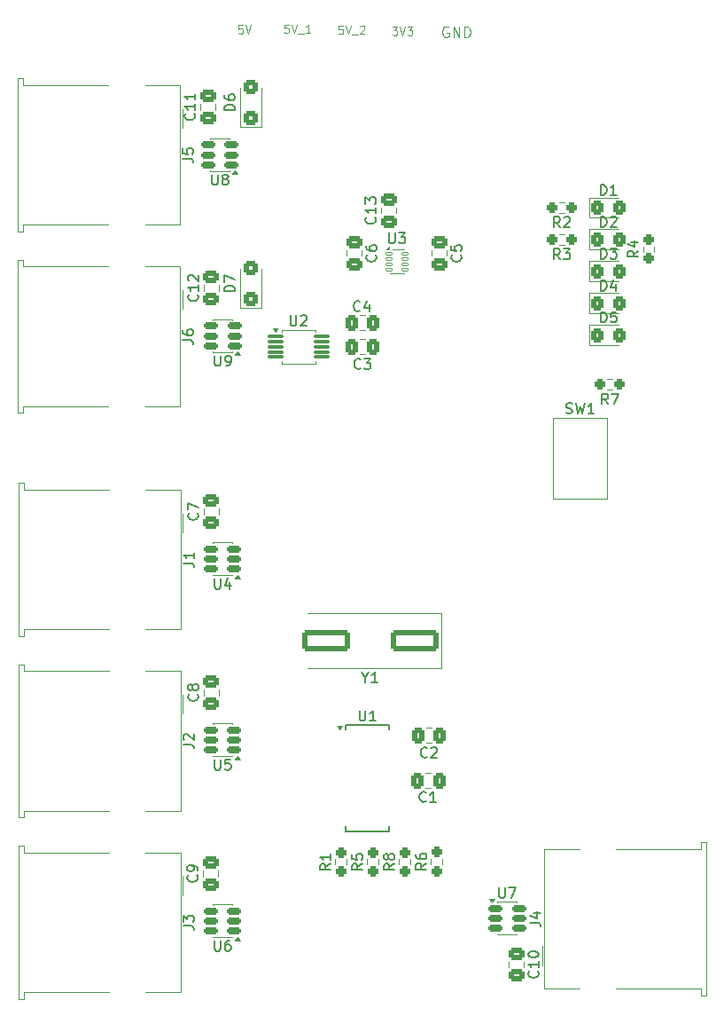
<source format=gbr>
%TF.GenerationSoftware,KiCad,Pcbnew,9.0.6*%
%TF.CreationDate,2025-12-28T11:43:40+01:00*%
%TF.ProjectId,USB_Hub,5553425f-4875-4622-9e6b-696361645f70,rev?*%
%TF.SameCoordinates,Original*%
%TF.FileFunction,Legend,Top*%
%TF.FilePolarity,Positive*%
%FSLAX46Y46*%
G04 Gerber Fmt 4.6, Leading zero omitted, Abs format (unit mm)*
G04 Created by KiCad (PCBNEW 9.0.6) date 2025-12-28 11:43:40*
%MOMM*%
%LPD*%
G01*
G04 APERTURE LIST*
G04 Aperture macros list*
%AMRoundRect*
0 Rectangle with rounded corners*
0 $1 Rounding radius*
0 $2 $3 $4 $5 $6 $7 $8 $9 X,Y pos of 4 corners*
0 Add a 4 corners polygon primitive as box body*
4,1,4,$2,$3,$4,$5,$6,$7,$8,$9,$2,$3,0*
0 Add four circle primitives for the rounded corners*
1,1,$1+$1,$2,$3*
1,1,$1+$1,$4,$5*
1,1,$1+$1,$6,$7*
1,1,$1+$1,$8,$9*
0 Add four rect primitives between the rounded corners*
20,1,$1+$1,$2,$3,$4,$5,0*
20,1,$1+$1,$4,$5,$6,$7,0*
20,1,$1+$1,$6,$7,$8,$9,0*
20,1,$1+$1,$8,$9,$2,$3,0*%
G04 Aperture macros list end*
%ADD10C,0.100000*%
%ADD11C,0.150000*%
%ADD12C,0.120000*%
%ADD13O,1.730000X2.030000*%
%ADD14C,3.200000*%
%ADD15C,1.524000*%
%ADD16R,1.524000X1.524000*%
%ADD17RoundRect,0.250000X-0.325000X-0.450000X0.325000X-0.450000X0.325000X0.450000X-0.325000X0.450000X0*%
%ADD18RoundRect,0.237500X0.250000X0.237500X-0.250000X0.237500X-0.250000X-0.237500X0.250000X-0.237500X0*%
%ADD19RoundRect,0.237500X0.237500X-0.250000X0.237500X0.250000X-0.237500X0.250000X-0.237500X-0.250000X0*%
%ADD20RoundRect,0.250000X2.000000X0.750000X-2.000000X0.750000X-2.000000X-0.750000X2.000000X-0.750000X0*%
%ADD21RoundRect,0.250000X-0.475000X0.337500X-0.475000X-0.337500X0.475000X-0.337500X0.475000X0.337500X0*%
%ADD22RoundRect,0.150000X0.512500X0.150000X-0.512500X0.150000X-0.512500X-0.150000X0.512500X-0.150000X0*%
%ADD23RoundRect,0.150000X-0.512500X-0.150000X0.512500X-0.150000X0.512500X0.150000X-0.512500X0.150000X0*%
%ADD24C,3.000000*%
%ADD25C,1.600000*%
%ADD26R,1.500000X1.600000*%
%ADD27RoundRect,0.250000X0.475000X-0.337500X0.475000X0.337500X-0.475000X0.337500X-0.475000X-0.337500X0*%
%ADD28RoundRect,0.250000X0.450000X-0.400000X0.450000X0.400000X-0.450000X0.400000X-0.450000X-0.400000X0*%
%ADD29RoundRect,0.250000X0.337500X0.475000X-0.337500X0.475000X-0.337500X-0.475000X0.337500X-0.475000X0*%
%ADD30R,1.200000X0.400000*%
%ADD31RoundRect,0.050000X-0.285000X-0.100000X0.285000X-0.100000X0.285000X0.100000X-0.285000X0.100000X0*%
%ADD32RoundRect,0.075000X-0.650000X-0.075000X0.650000X-0.075000X0.650000X0.075000X-0.650000X0.075000X0*%
G04 APERTURE END LIST*
D10*
X65813617Y-39686095D02*
X65432665Y-39686095D01*
X65432665Y-39686095D02*
X65394569Y-40067047D01*
X65394569Y-40067047D02*
X65432665Y-40028952D01*
X65432665Y-40028952D02*
X65508855Y-39990857D01*
X65508855Y-39990857D02*
X65699331Y-39990857D01*
X65699331Y-39990857D02*
X65775522Y-40028952D01*
X65775522Y-40028952D02*
X65813617Y-40067047D01*
X65813617Y-40067047D02*
X65851712Y-40143238D01*
X65851712Y-40143238D02*
X65851712Y-40333714D01*
X65851712Y-40333714D02*
X65813617Y-40409904D01*
X65813617Y-40409904D02*
X65775522Y-40448000D01*
X65775522Y-40448000D02*
X65699331Y-40486095D01*
X65699331Y-40486095D02*
X65508855Y-40486095D01*
X65508855Y-40486095D02*
X65432665Y-40448000D01*
X65432665Y-40448000D02*
X65394569Y-40409904D01*
X66080284Y-39686095D02*
X66346951Y-40486095D01*
X66346951Y-40486095D02*
X66613617Y-39686095D01*
X66689808Y-40562285D02*
X67299331Y-40562285D01*
X67908855Y-40486095D02*
X67451712Y-40486095D01*
X67680284Y-40486095D02*
X67680284Y-39686095D01*
X67680284Y-39686095D02*
X67604093Y-39800380D01*
X67604093Y-39800380D02*
X67527903Y-39876571D01*
X67527903Y-39876571D02*
X67451712Y-39914666D01*
X70995217Y-39787695D02*
X70614265Y-39787695D01*
X70614265Y-39787695D02*
X70576169Y-40168647D01*
X70576169Y-40168647D02*
X70614265Y-40130552D01*
X70614265Y-40130552D02*
X70690455Y-40092457D01*
X70690455Y-40092457D02*
X70880931Y-40092457D01*
X70880931Y-40092457D02*
X70957122Y-40130552D01*
X70957122Y-40130552D02*
X70995217Y-40168647D01*
X70995217Y-40168647D02*
X71033312Y-40244838D01*
X71033312Y-40244838D02*
X71033312Y-40435314D01*
X71033312Y-40435314D02*
X70995217Y-40511504D01*
X70995217Y-40511504D02*
X70957122Y-40549600D01*
X70957122Y-40549600D02*
X70880931Y-40587695D01*
X70880931Y-40587695D02*
X70690455Y-40587695D01*
X70690455Y-40587695D02*
X70614265Y-40549600D01*
X70614265Y-40549600D02*
X70576169Y-40511504D01*
X71261884Y-39787695D02*
X71528551Y-40587695D01*
X71528551Y-40587695D02*
X71795217Y-39787695D01*
X71871408Y-40663885D02*
X72480931Y-40663885D01*
X72633312Y-39863885D02*
X72671408Y-39825790D01*
X72671408Y-39825790D02*
X72747598Y-39787695D01*
X72747598Y-39787695D02*
X72938074Y-39787695D01*
X72938074Y-39787695D02*
X73014265Y-39825790D01*
X73014265Y-39825790D02*
X73052360Y-39863885D01*
X73052360Y-39863885D02*
X73090455Y-39940076D01*
X73090455Y-39940076D02*
X73090455Y-40016266D01*
X73090455Y-40016266D02*
X73052360Y-40130552D01*
X73052360Y-40130552D02*
X72595217Y-40587695D01*
X72595217Y-40587695D02*
X73090455Y-40587695D01*
X81091693Y-39915638D02*
X80996455Y-39868019D01*
X80996455Y-39868019D02*
X80853598Y-39868019D01*
X80853598Y-39868019D02*
X80710741Y-39915638D01*
X80710741Y-39915638D02*
X80615503Y-40010876D01*
X80615503Y-40010876D02*
X80567884Y-40106114D01*
X80567884Y-40106114D02*
X80520265Y-40296590D01*
X80520265Y-40296590D02*
X80520265Y-40439447D01*
X80520265Y-40439447D02*
X80567884Y-40629923D01*
X80567884Y-40629923D02*
X80615503Y-40725161D01*
X80615503Y-40725161D02*
X80710741Y-40820400D01*
X80710741Y-40820400D02*
X80853598Y-40868019D01*
X80853598Y-40868019D02*
X80948836Y-40868019D01*
X80948836Y-40868019D02*
X81091693Y-40820400D01*
X81091693Y-40820400D02*
X81139312Y-40772780D01*
X81139312Y-40772780D02*
X81139312Y-40439447D01*
X81139312Y-40439447D02*
X80948836Y-40439447D01*
X81567884Y-40868019D02*
X81567884Y-39868019D01*
X81567884Y-39868019D02*
X82139312Y-40868019D01*
X82139312Y-40868019D02*
X82139312Y-39868019D01*
X82615503Y-40868019D02*
X82615503Y-39868019D01*
X82615503Y-39868019D02*
X82853598Y-39868019D01*
X82853598Y-39868019D02*
X82996455Y-39915638D01*
X82996455Y-39915638D02*
X83091693Y-40010876D01*
X83091693Y-40010876D02*
X83139312Y-40106114D01*
X83139312Y-40106114D02*
X83186931Y-40296590D01*
X83186931Y-40296590D02*
X83186931Y-40439447D01*
X83186931Y-40439447D02*
X83139312Y-40629923D01*
X83139312Y-40629923D02*
X83091693Y-40725161D01*
X83091693Y-40725161D02*
X82996455Y-40820400D01*
X82996455Y-40820400D02*
X82853598Y-40868019D01*
X82853598Y-40868019D02*
X82615503Y-40868019D01*
X75719674Y-39889295D02*
X76214912Y-39889295D01*
X76214912Y-39889295D02*
X75948246Y-40194057D01*
X75948246Y-40194057D02*
X76062531Y-40194057D01*
X76062531Y-40194057D02*
X76138722Y-40232152D01*
X76138722Y-40232152D02*
X76176817Y-40270247D01*
X76176817Y-40270247D02*
X76214912Y-40346438D01*
X76214912Y-40346438D02*
X76214912Y-40536914D01*
X76214912Y-40536914D02*
X76176817Y-40613104D01*
X76176817Y-40613104D02*
X76138722Y-40651200D01*
X76138722Y-40651200D02*
X76062531Y-40689295D01*
X76062531Y-40689295D02*
X75833960Y-40689295D01*
X75833960Y-40689295D02*
X75757769Y-40651200D01*
X75757769Y-40651200D02*
X75719674Y-40613104D01*
X76443484Y-39889295D02*
X76710151Y-40689295D01*
X76710151Y-40689295D02*
X76976817Y-39889295D01*
X77167293Y-39889295D02*
X77662531Y-39889295D01*
X77662531Y-39889295D02*
X77395865Y-40194057D01*
X77395865Y-40194057D02*
X77510150Y-40194057D01*
X77510150Y-40194057D02*
X77586341Y-40232152D01*
X77586341Y-40232152D02*
X77624436Y-40270247D01*
X77624436Y-40270247D02*
X77662531Y-40346438D01*
X77662531Y-40346438D02*
X77662531Y-40536914D01*
X77662531Y-40536914D02*
X77624436Y-40613104D01*
X77624436Y-40613104D02*
X77586341Y-40651200D01*
X77586341Y-40651200D02*
X77510150Y-40689295D01*
X77510150Y-40689295D02*
X77281579Y-40689295D01*
X77281579Y-40689295D02*
X77205388Y-40651200D01*
X77205388Y-40651200D02*
X77167293Y-40613104D01*
X61444817Y-39736895D02*
X61063865Y-39736895D01*
X61063865Y-39736895D02*
X61025769Y-40117847D01*
X61025769Y-40117847D02*
X61063865Y-40079752D01*
X61063865Y-40079752D02*
X61140055Y-40041657D01*
X61140055Y-40041657D02*
X61330531Y-40041657D01*
X61330531Y-40041657D02*
X61406722Y-40079752D01*
X61406722Y-40079752D02*
X61444817Y-40117847D01*
X61444817Y-40117847D02*
X61482912Y-40194038D01*
X61482912Y-40194038D02*
X61482912Y-40384514D01*
X61482912Y-40384514D02*
X61444817Y-40460704D01*
X61444817Y-40460704D02*
X61406722Y-40498800D01*
X61406722Y-40498800D02*
X61330531Y-40536895D01*
X61330531Y-40536895D02*
X61140055Y-40536895D01*
X61140055Y-40536895D02*
X61063865Y-40498800D01*
X61063865Y-40498800D02*
X61025769Y-40460704D01*
X61711484Y-39736895D02*
X61978151Y-40536895D01*
X61978151Y-40536895D02*
X62244817Y-39736895D01*
D11*
X92341867Y-76744000D02*
X92484724Y-76791619D01*
X92484724Y-76791619D02*
X92722819Y-76791619D01*
X92722819Y-76791619D02*
X92818057Y-76744000D01*
X92818057Y-76744000D02*
X92865676Y-76696380D01*
X92865676Y-76696380D02*
X92913295Y-76601142D01*
X92913295Y-76601142D02*
X92913295Y-76505904D01*
X92913295Y-76505904D02*
X92865676Y-76410666D01*
X92865676Y-76410666D02*
X92818057Y-76363047D01*
X92818057Y-76363047D02*
X92722819Y-76315428D01*
X92722819Y-76315428D02*
X92532343Y-76267809D01*
X92532343Y-76267809D02*
X92437105Y-76220190D01*
X92437105Y-76220190D02*
X92389486Y-76172571D01*
X92389486Y-76172571D02*
X92341867Y-76077333D01*
X92341867Y-76077333D02*
X92341867Y-75982095D01*
X92341867Y-75982095D02*
X92389486Y-75886857D01*
X92389486Y-75886857D02*
X92437105Y-75839238D01*
X92437105Y-75839238D02*
X92532343Y-75791619D01*
X92532343Y-75791619D02*
X92770438Y-75791619D01*
X92770438Y-75791619D02*
X92913295Y-75839238D01*
X93246629Y-75791619D02*
X93484724Y-76791619D01*
X93484724Y-76791619D02*
X93675200Y-76077333D01*
X93675200Y-76077333D02*
X93865676Y-76791619D01*
X93865676Y-76791619D02*
X94103772Y-75791619D01*
X95008533Y-76791619D02*
X94437105Y-76791619D01*
X94722819Y-76791619D02*
X94722819Y-75791619D01*
X94722819Y-75791619D02*
X94627581Y-75934476D01*
X94627581Y-75934476D02*
X94532343Y-76029714D01*
X94532343Y-76029714D02*
X94437105Y-76077333D01*
X95645905Y-58985419D02*
X95645905Y-57985419D01*
X95645905Y-57985419D02*
X95884000Y-57985419D01*
X95884000Y-57985419D02*
X96026857Y-58033038D01*
X96026857Y-58033038D02*
X96122095Y-58128276D01*
X96122095Y-58128276D02*
X96169714Y-58223514D01*
X96169714Y-58223514D02*
X96217333Y-58413990D01*
X96217333Y-58413990D02*
X96217333Y-58556847D01*
X96217333Y-58556847D02*
X96169714Y-58747323D01*
X96169714Y-58747323D02*
X96122095Y-58842561D01*
X96122095Y-58842561D02*
X96026857Y-58937800D01*
X96026857Y-58937800D02*
X95884000Y-58985419D01*
X95884000Y-58985419D02*
X95645905Y-58985419D01*
X96598286Y-58080657D02*
X96645905Y-58033038D01*
X96645905Y-58033038D02*
X96741143Y-57985419D01*
X96741143Y-57985419D02*
X96979238Y-57985419D01*
X96979238Y-57985419D02*
X97074476Y-58033038D01*
X97074476Y-58033038D02*
X97122095Y-58080657D01*
X97122095Y-58080657D02*
X97169714Y-58175895D01*
X97169714Y-58175895D02*
X97169714Y-58271133D01*
X97169714Y-58271133D02*
X97122095Y-58413990D01*
X97122095Y-58413990D02*
X96550667Y-58985419D01*
X96550667Y-58985419D02*
X97169714Y-58985419D01*
X95645905Y-68105419D02*
X95645905Y-67105419D01*
X95645905Y-67105419D02*
X95884000Y-67105419D01*
X95884000Y-67105419D02*
X96026857Y-67153038D01*
X96026857Y-67153038D02*
X96122095Y-67248276D01*
X96122095Y-67248276D02*
X96169714Y-67343514D01*
X96169714Y-67343514D02*
X96217333Y-67533990D01*
X96217333Y-67533990D02*
X96217333Y-67676847D01*
X96217333Y-67676847D02*
X96169714Y-67867323D01*
X96169714Y-67867323D02*
X96122095Y-67962561D01*
X96122095Y-67962561D02*
X96026857Y-68057800D01*
X96026857Y-68057800D02*
X95884000Y-68105419D01*
X95884000Y-68105419D02*
X95645905Y-68105419D01*
X97122095Y-67105419D02*
X96645905Y-67105419D01*
X96645905Y-67105419D02*
X96598286Y-67581609D01*
X96598286Y-67581609D02*
X96645905Y-67533990D01*
X96645905Y-67533990D02*
X96741143Y-67486371D01*
X96741143Y-67486371D02*
X96979238Y-67486371D01*
X96979238Y-67486371D02*
X97074476Y-67533990D01*
X97074476Y-67533990D02*
X97122095Y-67581609D01*
X97122095Y-67581609D02*
X97169714Y-67676847D01*
X97169714Y-67676847D02*
X97169714Y-67914942D01*
X97169714Y-67914942D02*
X97122095Y-68010180D01*
X97122095Y-68010180D02*
X97074476Y-68057800D01*
X97074476Y-68057800D02*
X96979238Y-68105419D01*
X96979238Y-68105419D02*
X96741143Y-68105419D01*
X96741143Y-68105419D02*
X96645905Y-68057800D01*
X96645905Y-68057800D02*
X96598286Y-68010180D01*
X95645905Y-55945419D02*
X95645905Y-54945419D01*
X95645905Y-54945419D02*
X95884000Y-54945419D01*
X95884000Y-54945419D02*
X96026857Y-54993038D01*
X96026857Y-54993038D02*
X96122095Y-55088276D01*
X96122095Y-55088276D02*
X96169714Y-55183514D01*
X96169714Y-55183514D02*
X96217333Y-55373990D01*
X96217333Y-55373990D02*
X96217333Y-55516847D01*
X96217333Y-55516847D02*
X96169714Y-55707323D01*
X96169714Y-55707323D02*
X96122095Y-55802561D01*
X96122095Y-55802561D02*
X96026857Y-55897800D01*
X96026857Y-55897800D02*
X95884000Y-55945419D01*
X95884000Y-55945419D02*
X95645905Y-55945419D01*
X97169714Y-55945419D02*
X96598286Y-55945419D01*
X96884000Y-55945419D02*
X96884000Y-54945419D01*
X96884000Y-54945419D02*
X96788762Y-55088276D01*
X96788762Y-55088276D02*
X96693524Y-55183514D01*
X96693524Y-55183514D02*
X96598286Y-55231133D01*
X95645905Y-62025419D02*
X95645905Y-61025419D01*
X95645905Y-61025419D02*
X95884000Y-61025419D01*
X95884000Y-61025419D02*
X96026857Y-61073038D01*
X96026857Y-61073038D02*
X96122095Y-61168276D01*
X96122095Y-61168276D02*
X96169714Y-61263514D01*
X96169714Y-61263514D02*
X96217333Y-61453990D01*
X96217333Y-61453990D02*
X96217333Y-61596847D01*
X96217333Y-61596847D02*
X96169714Y-61787323D01*
X96169714Y-61787323D02*
X96122095Y-61882561D01*
X96122095Y-61882561D02*
X96026857Y-61977800D01*
X96026857Y-61977800D02*
X95884000Y-62025419D01*
X95884000Y-62025419D02*
X95645905Y-62025419D01*
X96550667Y-61025419D02*
X97169714Y-61025419D01*
X97169714Y-61025419D02*
X96836381Y-61406371D01*
X96836381Y-61406371D02*
X96979238Y-61406371D01*
X96979238Y-61406371D02*
X97074476Y-61453990D01*
X97074476Y-61453990D02*
X97122095Y-61501609D01*
X97122095Y-61501609D02*
X97169714Y-61596847D01*
X97169714Y-61596847D02*
X97169714Y-61834942D01*
X97169714Y-61834942D02*
X97122095Y-61930180D01*
X97122095Y-61930180D02*
X97074476Y-61977800D01*
X97074476Y-61977800D02*
X96979238Y-62025419D01*
X96979238Y-62025419D02*
X96693524Y-62025419D01*
X96693524Y-62025419D02*
X96598286Y-61977800D01*
X96598286Y-61977800D02*
X96550667Y-61930180D01*
X95645905Y-65065419D02*
X95645905Y-64065419D01*
X95645905Y-64065419D02*
X95884000Y-64065419D01*
X95884000Y-64065419D02*
X96026857Y-64113038D01*
X96026857Y-64113038D02*
X96122095Y-64208276D01*
X96122095Y-64208276D02*
X96169714Y-64303514D01*
X96169714Y-64303514D02*
X96217333Y-64493990D01*
X96217333Y-64493990D02*
X96217333Y-64636847D01*
X96217333Y-64636847D02*
X96169714Y-64827323D01*
X96169714Y-64827323D02*
X96122095Y-64922561D01*
X96122095Y-64922561D02*
X96026857Y-65017800D01*
X96026857Y-65017800D02*
X95884000Y-65065419D01*
X95884000Y-65065419D02*
X95645905Y-65065419D01*
X97074476Y-64398752D02*
X97074476Y-65065419D01*
X96836381Y-64017800D02*
X96598286Y-64732085D01*
X96598286Y-64732085D02*
X97217333Y-64732085D01*
X91757833Y-59025419D02*
X91424500Y-58549228D01*
X91186405Y-59025419D02*
X91186405Y-58025419D01*
X91186405Y-58025419D02*
X91567357Y-58025419D01*
X91567357Y-58025419D02*
X91662595Y-58073038D01*
X91662595Y-58073038D02*
X91710214Y-58120657D01*
X91710214Y-58120657D02*
X91757833Y-58215895D01*
X91757833Y-58215895D02*
X91757833Y-58358752D01*
X91757833Y-58358752D02*
X91710214Y-58453990D01*
X91710214Y-58453990D02*
X91662595Y-58501609D01*
X91662595Y-58501609D02*
X91567357Y-58549228D01*
X91567357Y-58549228D02*
X91186405Y-58549228D01*
X92138786Y-58120657D02*
X92186405Y-58073038D01*
X92186405Y-58073038D02*
X92281643Y-58025419D01*
X92281643Y-58025419D02*
X92519738Y-58025419D01*
X92519738Y-58025419D02*
X92614976Y-58073038D01*
X92614976Y-58073038D02*
X92662595Y-58120657D01*
X92662595Y-58120657D02*
X92710214Y-58215895D01*
X92710214Y-58215895D02*
X92710214Y-58311133D01*
X92710214Y-58311133D02*
X92662595Y-58453990D01*
X92662595Y-58453990D02*
X92091167Y-59025419D01*
X92091167Y-59025419D02*
X92710214Y-59025419D01*
X91757833Y-62073419D02*
X91424500Y-61597228D01*
X91186405Y-62073419D02*
X91186405Y-61073419D01*
X91186405Y-61073419D02*
X91567357Y-61073419D01*
X91567357Y-61073419D02*
X91662595Y-61121038D01*
X91662595Y-61121038D02*
X91710214Y-61168657D01*
X91710214Y-61168657D02*
X91757833Y-61263895D01*
X91757833Y-61263895D02*
X91757833Y-61406752D01*
X91757833Y-61406752D02*
X91710214Y-61501990D01*
X91710214Y-61501990D02*
X91662595Y-61549609D01*
X91662595Y-61549609D02*
X91567357Y-61597228D01*
X91567357Y-61597228D02*
X91186405Y-61597228D01*
X92091167Y-61073419D02*
X92710214Y-61073419D01*
X92710214Y-61073419D02*
X92376881Y-61454371D01*
X92376881Y-61454371D02*
X92519738Y-61454371D01*
X92519738Y-61454371D02*
X92614976Y-61501990D01*
X92614976Y-61501990D02*
X92662595Y-61549609D01*
X92662595Y-61549609D02*
X92710214Y-61644847D01*
X92710214Y-61644847D02*
X92710214Y-61882942D01*
X92710214Y-61882942D02*
X92662595Y-61978180D01*
X92662595Y-61978180D02*
X92614976Y-62025800D01*
X92614976Y-62025800D02*
X92519738Y-62073419D01*
X92519738Y-62073419D02*
X92234024Y-62073419D01*
X92234024Y-62073419D02*
X92138786Y-62025800D01*
X92138786Y-62025800D02*
X92091167Y-61978180D01*
X99227819Y-61267766D02*
X98751628Y-61601099D01*
X99227819Y-61839194D02*
X98227819Y-61839194D01*
X98227819Y-61839194D02*
X98227819Y-61458242D01*
X98227819Y-61458242D02*
X98275438Y-61363004D01*
X98275438Y-61363004D02*
X98323057Y-61315385D01*
X98323057Y-61315385D02*
X98418295Y-61267766D01*
X98418295Y-61267766D02*
X98561152Y-61267766D01*
X98561152Y-61267766D02*
X98656390Y-61315385D01*
X98656390Y-61315385D02*
X98704009Y-61363004D01*
X98704009Y-61363004D02*
X98751628Y-61458242D01*
X98751628Y-61458242D02*
X98751628Y-61839194D01*
X98561152Y-60410623D02*
X99227819Y-60410623D01*
X98180200Y-60648718D02*
X98894485Y-60886813D01*
X98894485Y-60886813D02*
X98894485Y-60267766D01*
X96355233Y-75900419D02*
X96021900Y-75424228D01*
X95783805Y-75900419D02*
X95783805Y-74900419D01*
X95783805Y-74900419D02*
X96164757Y-74900419D01*
X96164757Y-74900419D02*
X96259995Y-74948038D01*
X96259995Y-74948038D02*
X96307614Y-74995657D01*
X96307614Y-74995657D02*
X96355233Y-75090895D01*
X96355233Y-75090895D02*
X96355233Y-75233752D01*
X96355233Y-75233752D02*
X96307614Y-75328990D01*
X96307614Y-75328990D02*
X96259995Y-75376609D01*
X96259995Y-75376609D02*
X96164757Y-75424228D01*
X96164757Y-75424228D02*
X95783805Y-75424228D01*
X96688567Y-74900419D02*
X97355233Y-74900419D01*
X97355233Y-74900419D02*
X96926662Y-75900419D01*
X73150209Y-101979028D02*
X73150209Y-102455219D01*
X72816876Y-101455219D02*
X73150209Y-101979028D01*
X73150209Y-101979028D02*
X73483542Y-101455219D01*
X74340685Y-102455219D02*
X73769257Y-102455219D01*
X74054971Y-102455219D02*
X74054971Y-101455219D01*
X74054971Y-101455219D02*
X73959733Y-101598076D01*
X73959733Y-101598076D02*
X73864495Y-101693314D01*
X73864495Y-101693314D02*
X73769257Y-101740933D01*
X72888019Y-119747966D02*
X72411828Y-120081299D01*
X72888019Y-120319394D02*
X71888019Y-120319394D01*
X71888019Y-120319394D02*
X71888019Y-119938442D01*
X71888019Y-119938442D02*
X71935638Y-119843204D01*
X71935638Y-119843204D02*
X71983257Y-119795585D01*
X71983257Y-119795585D02*
X72078495Y-119747966D01*
X72078495Y-119747966D02*
X72221352Y-119747966D01*
X72221352Y-119747966D02*
X72316590Y-119795585D01*
X72316590Y-119795585D02*
X72364209Y-119843204D01*
X72364209Y-119843204D02*
X72411828Y-119938442D01*
X72411828Y-119938442D02*
X72411828Y-120319394D01*
X71888019Y-118843204D02*
X71888019Y-119319394D01*
X71888019Y-119319394D02*
X72364209Y-119367013D01*
X72364209Y-119367013D02*
X72316590Y-119319394D01*
X72316590Y-119319394D02*
X72268971Y-119224156D01*
X72268971Y-119224156D02*
X72268971Y-118986061D01*
X72268971Y-118986061D02*
X72316590Y-118890823D01*
X72316590Y-118890823D02*
X72364209Y-118843204D01*
X72364209Y-118843204D02*
X72459447Y-118795585D01*
X72459447Y-118795585D02*
X72697542Y-118795585D01*
X72697542Y-118795585D02*
X72792780Y-118843204D01*
X72792780Y-118843204D02*
X72840400Y-118890823D01*
X72840400Y-118890823D02*
X72888019Y-118986061D01*
X72888019Y-118986061D02*
X72888019Y-119224156D01*
X72888019Y-119224156D02*
X72840400Y-119319394D01*
X72840400Y-119319394D02*
X72792780Y-119367013D01*
X82252780Y-61663966D02*
X82300400Y-61711585D01*
X82300400Y-61711585D02*
X82348019Y-61854442D01*
X82348019Y-61854442D02*
X82348019Y-61949680D01*
X82348019Y-61949680D02*
X82300400Y-62092537D01*
X82300400Y-62092537D02*
X82205161Y-62187775D01*
X82205161Y-62187775D02*
X82109923Y-62235394D01*
X82109923Y-62235394D02*
X81919447Y-62283013D01*
X81919447Y-62283013D02*
X81776590Y-62283013D01*
X81776590Y-62283013D02*
X81586114Y-62235394D01*
X81586114Y-62235394D02*
X81490876Y-62187775D01*
X81490876Y-62187775D02*
X81395638Y-62092537D01*
X81395638Y-62092537D02*
X81348019Y-61949680D01*
X81348019Y-61949680D02*
X81348019Y-61854442D01*
X81348019Y-61854442D02*
X81395638Y-61711585D01*
X81395638Y-61711585D02*
X81443257Y-61663966D01*
X81348019Y-60759204D02*
X81348019Y-61235394D01*
X81348019Y-61235394D02*
X81824209Y-61283013D01*
X81824209Y-61283013D02*
X81776590Y-61235394D01*
X81776590Y-61235394D02*
X81728971Y-61140156D01*
X81728971Y-61140156D02*
X81728971Y-60902061D01*
X81728971Y-60902061D02*
X81776590Y-60806823D01*
X81776590Y-60806823D02*
X81824209Y-60759204D01*
X81824209Y-60759204D02*
X81919447Y-60711585D01*
X81919447Y-60711585D02*
X82157542Y-60711585D01*
X82157542Y-60711585D02*
X82252780Y-60759204D01*
X82252780Y-60759204D02*
X82300400Y-60806823D01*
X82300400Y-60806823D02*
X82348019Y-60902061D01*
X82348019Y-60902061D02*
X82348019Y-61140156D01*
X82348019Y-61140156D02*
X82300400Y-61235394D01*
X82300400Y-61235394D02*
X82252780Y-61283013D01*
X58755795Y-71247619D02*
X58755795Y-72057142D01*
X58755795Y-72057142D02*
X58803414Y-72152380D01*
X58803414Y-72152380D02*
X58851033Y-72200000D01*
X58851033Y-72200000D02*
X58946271Y-72247619D01*
X58946271Y-72247619D02*
X59136747Y-72247619D01*
X59136747Y-72247619D02*
X59231985Y-72200000D01*
X59231985Y-72200000D02*
X59279604Y-72152380D01*
X59279604Y-72152380D02*
X59327223Y-72057142D01*
X59327223Y-72057142D02*
X59327223Y-71247619D01*
X59851033Y-72247619D02*
X60041509Y-72247619D01*
X60041509Y-72247619D02*
X60136747Y-72200000D01*
X60136747Y-72200000D02*
X60184366Y-72152380D01*
X60184366Y-72152380D02*
X60279604Y-72009523D01*
X60279604Y-72009523D02*
X60327223Y-71819047D01*
X60327223Y-71819047D02*
X60327223Y-71438095D01*
X60327223Y-71438095D02*
X60279604Y-71342857D01*
X60279604Y-71342857D02*
X60231985Y-71295238D01*
X60231985Y-71295238D02*
X60136747Y-71247619D01*
X60136747Y-71247619D02*
X59946271Y-71247619D01*
X59946271Y-71247619D02*
X59851033Y-71295238D01*
X59851033Y-71295238D02*
X59803414Y-71342857D01*
X59803414Y-71342857D02*
X59755795Y-71438095D01*
X59755795Y-71438095D02*
X59755795Y-71676190D01*
X59755795Y-71676190D02*
X59803414Y-71771428D01*
X59803414Y-71771428D02*
X59851033Y-71819047D01*
X59851033Y-71819047D02*
X59946271Y-71866666D01*
X59946271Y-71866666D02*
X60136747Y-71866666D01*
X60136747Y-71866666D02*
X60231985Y-71819047D01*
X60231985Y-71819047D02*
X60279604Y-71771428D01*
X60279604Y-71771428D02*
X60327223Y-71676190D01*
X58490795Y-53975619D02*
X58490795Y-54785142D01*
X58490795Y-54785142D02*
X58538414Y-54880380D01*
X58538414Y-54880380D02*
X58586033Y-54928000D01*
X58586033Y-54928000D02*
X58681271Y-54975619D01*
X58681271Y-54975619D02*
X58871747Y-54975619D01*
X58871747Y-54975619D02*
X58966985Y-54928000D01*
X58966985Y-54928000D02*
X59014604Y-54880380D01*
X59014604Y-54880380D02*
X59062223Y-54785142D01*
X59062223Y-54785142D02*
X59062223Y-53975619D01*
X59681271Y-54404190D02*
X59586033Y-54356571D01*
X59586033Y-54356571D02*
X59538414Y-54308952D01*
X59538414Y-54308952D02*
X59490795Y-54213714D01*
X59490795Y-54213714D02*
X59490795Y-54166095D01*
X59490795Y-54166095D02*
X59538414Y-54070857D01*
X59538414Y-54070857D02*
X59586033Y-54023238D01*
X59586033Y-54023238D02*
X59681271Y-53975619D01*
X59681271Y-53975619D02*
X59871747Y-53975619D01*
X59871747Y-53975619D02*
X59966985Y-54023238D01*
X59966985Y-54023238D02*
X60014604Y-54070857D01*
X60014604Y-54070857D02*
X60062223Y-54166095D01*
X60062223Y-54166095D02*
X60062223Y-54213714D01*
X60062223Y-54213714D02*
X60014604Y-54308952D01*
X60014604Y-54308952D02*
X59966985Y-54356571D01*
X59966985Y-54356571D02*
X59871747Y-54404190D01*
X59871747Y-54404190D02*
X59681271Y-54404190D01*
X59681271Y-54404190D02*
X59586033Y-54451809D01*
X59586033Y-54451809D02*
X59538414Y-54499428D01*
X59538414Y-54499428D02*
X59490795Y-54594666D01*
X59490795Y-54594666D02*
X59490795Y-54785142D01*
X59490795Y-54785142D02*
X59538414Y-54880380D01*
X59538414Y-54880380D02*
X59586033Y-54928000D01*
X59586033Y-54928000D02*
X59681271Y-54975619D01*
X59681271Y-54975619D02*
X59871747Y-54975619D01*
X59871747Y-54975619D02*
X59966985Y-54928000D01*
X59966985Y-54928000D02*
X60014604Y-54880380D01*
X60014604Y-54880380D02*
X60062223Y-54785142D01*
X60062223Y-54785142D02*
X60062223Y-54594666D01*
X60062223Y-54594666D02*
X60014604Y-54499428D01*
X60014604Y-54499428D02*
X59966985Y-54451809D01*
X59966985Y-54451809D02*
X59871747Y-54404190D01*
X85933795Y-122007619D02*
X85933795Y-122817142D01*
X85933795Y-122817142D02*
X85981414Y-122912380D01*
X85981414Y-122912380D02*
X86029033Y-122960000D01*
X86029033Y-122960000D02*
X86124271Y-123007619D01*
X86124271Y-123007619D02*
X86314747Y-123007619D01*
X86314747Y-123007619D02*
X86409985Y-122960000D01*
X86409985Y-122960000D02*
X86457604Y-122912380D01*
X86457604Y-122912380D02*
X86505223Y-122817142D01*
X86505223Y-122817142D02*
X86505223Y-122007619D01*
X86886176Y-122007619D02*
X87552842Y-122007619D01*
X87552842Y-122007619D02*
X87124271Y-123007619D01*
X58744795Y-127061619D02*
X58744795Y-127871142D01*
X58744795Y-127871142D02*
X58792414Y-127966380D01*
X58792414Y-127966380D02*
X58840033Y-128014000D01*
X58840033Y-128014000D02*
X58935271Y-128061619D01*
X58935271Y-128061619D02*
X59125747Y-128061619D01*
X59125747Y-128061619D02*
X59220985Y-128014000D01*
X59220985Y-128014000D02*
X59268604Y-127966380D01*
X59268604Y-127966380D02*
X59316223Y-127871142D01*
X59316223Y-127871142D02*
X59316223Y-127061619D01*
X60220985Y-127061619D02*
X60030509Y-127061619D01*
X60030509Y-127061619D02*
X59935271Y-127109238D01*
X59935271Y-127109238D02*
X59887652Y-127156857D01*
X59887652Y-127156857D02*
X59792414Y-127299714D01*
X59792414Y-127299714D02*
X59744795Y-127490190D01*
X59744795Y-127490190D02*
X59744795Y-127871142D01*
X59744795Y-127871142D02*
X59792414Y-127966380D01*
X59792414Y-127966380D02*
X59840033Y-128014000D01*
X59840033Y-128014000D02*
X59935271Y-128061619D01*
X59935271Y-128061619D02*
X60125747Y-128061619D01*
X60125747Y-128061619D02*
X60220985Y-128014000D01*
X60220985Y-128014000D02*
X60268604Y-127966380D01*
X60268604Y-127966380D02*
X60316223Y-127871142D01*
X60316223Y-127871142D02*
X60316223Y-127633047D01*
X60316223Y-127633047D02*
X60268604Y-127537809D01*
X60268604Y-127537809D02*
X60220985Y-127490190D01*
X60220985Y-127490190D02*
X60125747Y-127442571D01*
X60125747Y-127442571D02*
X59935271Y-127442571D01*
X59935271Y-127442571D02*
X59840033Y-127490190D01*
X59840033Y-127490190D02*
X59792414Y-127537809D01*
X59792414Y-127537809D02*
X59744795Y-127633047D01*
X58744795Y-109789619D02*
X58744795Y-110599142D01*
X58744795Y-110599142D02*
X58792414Y-110694380D01*
X58792414Y-110694380D02*
X58840033Y-110742000D01*
X58840033Y-110742000D02*
X58935271Y-110789619D01*
X58935271Y-110789619D02*
X59125747Y-110789619D01*
X59125747Y-110789619D02*
X59220985Y-110742000D01*
X59220985Y-110742000D02*
X59268604Y-110694380D01*
X59268604Y-110694380D02*
X59316223Y-110599142D01*
X59316223Y-110599142D02*
X59316223Y-109789619D01*
X60268604Y-109789619D02*
X59792414Y-109789619D01*
X59792414Y-109789619D02*
X59744795Y-110265809D01*
X59744795Y-110265809D02*
X59792414Y-110218190D01*
X59792414Y-110218190D02*
X59887652Y-110170571D01*
X59887652Y-110170571D02*
X60125747Y-110170571D01*
X60125747Y-110170571D02*
X60220985Y-110218190D01*
X60220985Y-110218190D02*
X60268604Y-110265809D01*
X60268604Y-110265809D02*
X60316223Y-110361047D01*
X60316223Y-110361047D02*
X60316223Y-110599142D01*
X60316223Y-110599142D02*
X60268604Y-110694380D01*
X60268604Y-110694380D02*
X60220985Y-110742000D01*
X60220985Y-110742000D02*
X60125747Y-110789619D01*
X60125747Y-110789619D02*
X59887652Y-110789619D01*
X59887652Y-110789619D02*
X59792414Y-110742000D01*
X59792414Y-110742000D02*
X59744795Y-110694380D01*
X58744795Y-92517619D02*
X58744795Y-93327142D01*
X58744795Y-93327142D02*
X58792414Y-93422380D01*
X58792414Y-93422380D02*
X58840033Y-93470000D01*
X58840033Y-93470000D02*
X58935271Y-93517619D01*
X58935271Y-93517619D02*
X59125747Y-93517619D01*
X59125747Y-93517619D02*
X59220985Y-93470000D01*
X59220985Y-93470000D02*
X59268604Y-93422380D01*
X59268604Y-93422380D02*
X59316223Y-93327142D01*
X59316223Y-93327142D02*
X59316223Y-92517619D01*
X60220985Y-92850952D02*
X60220985Y-93517619D01*
X59982890Y-92470000D02*
X59744795Y-93184285D01*
X59744795Y-93184285D02*
X60363842Y-93184285D01*
X88898019Y-125352133D02*
X89612304Y-125352133D01*
X89612304Y-125352133D02*
X89755161Y-125399752D01*
X89755161Y-125399752D02*
X89850400Y-125494990D01*
X89850400Y-125494990D02*
X89898019Y-125637847D01*
X89898019Y-125637847D02*
X89898019Y-125733085D01*
X89231352Y-124447371D02*
X89898019Y-124447371D01*
X88850400Y-124685466D02*
X89564685Y-124923561D01*
X89564685Y-124923561D02*
X89564685Y-124304514D01*
X89618780Y-130001157D02*
X89666400Y-130048776D01*
X89666400Y-130048776D02*
X89714019Y-130191633D01*
X89714019Y-130191633D02*
X89714019Y-130286871D01*
X89714019Y-130286871D02*
X89666400Y-130429728D01*
X89666400Y-130429728D02*
X89571161Y-130524966D01*
X89571161Y-130524966D02*
X89475923Y-130572585D01*
X89475923Y-130572585D02*
X89285447Y-130620204D01*
X89285447Y-130620204D02*
X89142590Y-130620204D01*
X89142590Y-130620204D02*
X88952114Y-130572585D01*
X88952114Y-130572585D02*
X88856876Y-130524966D01*
X88856876Y-130524966D02*
X88761638Y-130429728D01*
X88761638Y-130429728D02*
X88714019Y-130286871D01*
X88714019Y-130286871D02*
X88714019Y-130191633D01*
X88714019Y-130191633D02*
X88761638Y-130048776D01*
X88761638Y-130048776D02*
X88809257Y-130001157D01*
X89714019Y-129048776D02*
X89714019Y-129620204D01*
X89714019Y-129334490D02*
X88714019Y-129334490D01*
X88714019Y-129334490D02*
X88856876Y-129429728D01*
X88856876Y-129429728D02*
X88952114Y-129524966D01*
X88952114Y-129524966D02*
X88999733Y-129620204D01*
X88714019Y-128429728D02*
X88714019Y-128334490D01*
X88714019Y-128334490D02*
X88761638Y-128239252D01*
X88761638Y-128239252D02*
X88809257Y-128191633D01*
X88809257Y-128191633D02*
X88904495Y-128144014D01*
X88904495Y-128144014D02*
X89094971Y-128096395D01*
X89094971Y-128096395D02*
X89333066Y-128096395D01*
X89333066Y-128096395D02*
X89523542Y-128144014D01*
X89523542Y-128144014D02*
X89618780Y-128191633D01*
X89618780Y-128191633D02*
X89666400Y-128239252D01*
X89666400Y-128239252D02*
X89714019Y-128334490D01*
X89714019Y-128334490D02*
X89714019Y-128429728D01*
X89714019Y-128429728D02*
X89666400Y-128524966D01*
X89666400Y-128524966D02*
X89618780Y-128572585D01*
X89618780Y-128572585D02*
X89523542Y-128620204D01*
X89523542Y-128620204D02*
X89333066Y-128667823D01*
X89333066Y-128667823D02*
X89094971Y-128667823D01*
X89094971Y-128667823D02*
X88904495Y-128620204D01*
X88904495Y-128620204D02*
X88809257Y-128572585D01*
X88809257Y-128572585D02*
X88761638Y-128524966D01*
X88761638Y-128524966D02*
X88714019Y-128429728D01*
X74124780Y-61663966D02*
X74172400Y-61711585D01*
X74172400Y-61711585D02*
X74220019Y-61854442D01*
X74220019Y-61854442D02*
X74220019Y-61949680D01*
X74220019Y-61949680D02*
X74172400Y-62092537D01*
X74172400Y-62092537D02*
X74077161Y-62187775D01*
X74077161Y-62187775D02*
X73981923Y-62235394D01*
X73981923Y-62235394D02*
X73791447Y-62283013D01*
X73791447Y-62283013D02*
X73648590Y-62283013D01*
X73648590Y-62283013D02*
X73458114Y-62235394D01*
X73458114Y-62235394D02*
X73362876Y-62187775D01*
X73362876Y-62187775D02*
X73267638Y-62092537D01*
X73267638Y-62092537D02*
X73220019Y-61949680D01*
X73220019Y-61949680D02*
X73220019Y-61854442D01*
X73220019Y-61854442D02*
X73267638Y-61711585D01*
X73267638Y-61711585D02*
X73315257Y-61663966D01*
X73220019Y-60806823D02*
X73220019Y-60997299D01*
X73220019Y-60997299D02*
X73267638Y-61092537D01*
X73267638Y-61092537D02*
X73315257Y-61140156D01*
X73315257Y-61140156D02*
X73458114Y-61235394D01*
X73458114Y-61235394D02*
X73648590Y-61283013D01*
X73648590Y-61283013D02*
X74029542Y-61283013D01*
X74029542Y-61283013D02*
X74124780Y-61235394D01*
X74124780Y-61235394D02*
X74172400Y-61187775D01*
X74172400Y-61187775D02*
X74220019Y-61092537D01*
X74220019Y-61092537D02*
X74220019Y-60902061D01*
X74220019Y-60902061D02*
X74172400Y-60806823D01*
X74172400Y-60806823D02*
X74124780Y-60759204D01*
X74124780Y-60759204D02*
X74029542Y-60711585D01*
X74029542Y-60711585D02*
X73791447Y-60711585D01*
X73791447Y-60711585D02*
X73696209Y-60759204D01*
X73696209Y-60759204D02*
X73648590Y-60806823D01*
X73648590Y-60806823D02*
X73600971Y-60902061D01*
X73600971Y-60902061D02*
X73600971Y-61092537D01*
X73600971Y-61092537D02*
X73648590Y-61187775D01*
X73648590Y-61187775D02*
X73696209Y-61235394D01*
X73696209Y-61235394D02*
X73791447Y-61283013D01*
X74066780Y-58076157D02*
X74114400Y-58123776D01*
X74114400Y-58123776D02*
X74162019Y-58266633D01*
X74162019Y-58266633D02*
X74162019Y-58361871D01*
X74162019Y-58361871D02*
X74114400Y-58504728D01*
X74114400Y-58504728D02*
X74019161Y-58599966D01*
X74019161Y-58599966D02*
X73923923Y-58647585D01*
X73923923Y-58647585D02*
X73733447Y-58695204D01*
X73733447Y-58695204D02*
X73590590Y-58695204D01*
X73590590Y-58695204D02*
X73400114Y-58647585D01*
X73400114Y-58647585D02*
X73304876Y-58599966D01*
X73304876Y-58599966D02*
X73209638Y-58504728D01*
X73209638Y-58504728D02*
X73162019Y-58361871D01*
X73162019Y-58361871D02*
X73162019Y-58266633D01*
X73162019Y-58266633D02*
X73209638Y-58123776D01*
X73209638Y-58123776D02*
X73257257Y-58076157D01*
X74162019Y-57123776D02*
X74162019Y-57695204D01*
X74162019Y-57409490D02*
X73162019Y-57409490D01*
X73162019Y-57409490D02*
X73304876Y-57504728D01*
X73304876Y-57504728D02*
X73400114Y-57599966D01*
X73400114Y-57599966D02*
X73447733Y-57695204D01*
X73162019Y-56790442D02*
X73162019Y-56171395D01*
X73162019Y-56171395D02*
X73542971Y-56504728D01*
X73542971Y-56504728D02*
X73542971Y-56361871D01*
X73542971Y-56361871D02*
X73590590Y-56266633D01*
X73590590Y-56266633D02*
X73638209Y-56219014D01*
X73638209Y-56219014D02*
X73733447Y-56171395D01*
X73733447Y-56171395D02*
X73971542Y-56171395D01*
X73971542Y-56171395D02*
X74066780Y-56219014D01*
X74066780Y-56219014D02*
X74114400Y-56266633D01*
X74114400Y-56266633D02*
X74162019Y-56361871D01*
X74162019Y-56361871D02*
X74162019Y-56647585D01*
X74162019Y-56647585D02*
X74114400Y-56742823D01*
X74114400Y-56742823D02*
X74066780Y-56790442D01*
X57107980Y-86305966D02*
X57155600Y-86353585D01*
X57155600Y-86353585D02*
X57203219Y-86496442D01*
X57203219Y-86496442D02*
X57203219Y-86591680D01*
X57203219Y-86591680D02*
X57155600Y-86734537D01*
X57155600Y-86734537D02*
X57060361Y-86829775D01*
X57060361Y-86829775D02*
X56965123Y-86877394D01*
X56965123Y-86877394D02*
X56774647Y-86925013D01*
X56774647Y-86925013D02*
X56631790Y-86925013D01*
X56631790Y-86925013D02*
X56441314Y-86877394D01*
X56441314Y-86877394D02*
X56346076Y-86829775D01*
X56346076Y-86829775D02*
X56250838Y-86734537D01*
X56250838Y-86734537D02*
X56203219Y-86591680D01*
X56203219Y-86591680D02*
X56203219Y-86496442D01*
X56203219Y-86496442D02*
X56250838Y-86353585D01*
X56250838Y-86353585D02*
X56298457Y-86305966D01*
X56203219Y-85972632D02*
X56203219Y-85305966D01*
X56203219Y-85305966D02*
X57203219Y-85734537D01*
X57107980Y-103577966D02*
X57155600Y-103625585D01*
X57155600Y-103625585D02*
X57203219Y-103768442D01*
X57203219Y-103768442D02*
X57203219Y-103863680D01*
X57203219Y-103863680D02*
X57155600Y-104006537D01*
X57155600Y-104006537D02*
X57060361Y-104101775D01*
X57060361Y-104101775D02*
X56965123Y-104149394D01*
X56965123Y-104149394D02*
X56774647Y-104197013D01*
X56774647Y-104197013D02*
X56631790Y-104197013D01*
X56631790Y-104197013D02*
X56441314Y-104149394D01*
X56441314Y-104149394D02*
X56346076Y-104101775D01*
X56346076Y-104101775D02*
X56250838Y-104006537D01*
X56250838Y-104006537D02*
X56203219Y-103863680D01*
X56203219Y-103863680D02*
X56203219Y-103768442D01*
X56203219Y-103768442D02*
X56250838Y-103625585D01*
X56250838Y-103625585D02*
X56298457Y-103577966D01*
X56631790Y-103006537D02*
X56584171Y-103101775D01*
X56584171Y-103101775D02*
X56536552Y-103149394D01*
X56536552Y-103149394D02*
X56441314Y-103197013D01*
X56441314Y-103197013D02*
X56393695Y-103197013D01*
X56393695Y-103197013D02*
X56298457Y-103149394D01*
X56298457Y-103149394D02*
X56250838Y-103101775D01*
X56250838Y-103101775D02*
X56203219Y-103006537D01*
X56203219Y-103006537D02*
X56203219Y-102816061D01*
X56203219Y-102816061D02*
X56250838Y-102720823D01*
X56250838Y-102720823D02*
X56298457Y-102673204D01*
X56298457Y-102673204D02*
X56393695Y-102625585D01*
X56393695Y-102625585D02*
X56441314Y-102625585D01*
X56441314Y-102625585D02*
X56536552Y-102673204D01*
X56536552Y-102673204D02*
X56584171Y-102720823D01*
X56584171Y-102720823D02*
X56631790Y-102816061D01*
X56631790Y-102816061D02*
X56631790Y-103006537D01*
X56631790Y-103006537D02*
X56679409Y-103101775D01*
X56679409Y-103101775D02*
X56727028Y-103149394D01*
X56727028Y-103149394D02*
X56822266Y-103197013D01*
X56822266Y-103197013D02*
X57012742Y-103197013D01*
X57012742Y-103197013D02*
X57107980Y-103149394D01*
X57107980Y-103149394D02*
X57155600Y-103101775D01*
X57155600Y-103101775D02*
X57203219Y-103006537D01*
X57203219Y-103006537D02*
X57203219Y-102816061D01*
X57203219Y-102816061D02*
X57155600Y-102720823D01*
X57155600Y-102720823D02*
X57107980Y-102673204D01*
X57107980Y-102673204D02*
X57012742Y-102625585D01*
X57012742Y-102625585D02*
X56822266Y-102625585D01*
X56822266Y-102625585D02*
X56727028Y-102673204D01*
X56727028Y-102673204D02*
X56679409Y-102720823D01*
X56679409Y-102720823D02*
X56631790Y-102816061D01*
X60693219Y-47856894D02*
X59693219Y-47856894D01*
X59693219Y-47856894D02*
X59693219Y-47618799D01*
X59693219Y-47618799D02*
X59740838Y-47475942D01*
X59740838Y-47475942D02*
X59836076Y-47380704D01*
X59836076Y-47380704D02*
X59931314Y-47333085D01*
X59931314Y-47333085D02*
X60121790Y-47285466D01*
X60121790Y-47285466D02*
X60264647Y-47285466D01*
X60264647Y-47285466D02*
X60455123Y-47333085D01*
X60455123Y-47333085D02*
X60550361Y-47380704D01*
X60550361Y-47380704D02*
X60645600Y-47475942D01*
X60645600Y-47475942D02*
X60693219Y-47618799D01*
X60693219Y-47618799D02*
X60693219Y-47856894D01*
X59693219Y-46428323D02*
X59693219Y-46618799D01*
X59693219Y-46618799D02*
X59740838Y-46714037D01*
X59740838Y-46714037D02*
X59788457Y-46761656D01*
X59788457Y-46761656D02*
X59931314Y-46856894D01*
X59931314Y-46856894D02*
X60121790Y-46904513D01*
X60121790Y-46904513D02*
X60502742Y-46904513D01*
X60502742Y-46904513D02*
X60597980Y-46856894D01*
X60597980Y-46856894D02*
X60645600Y-46809275D01*
X60645600Y-46809275D02*
X60693219Y-46714037D01*
X60693219Y-46714037D02*
X60693219Y-46523561D01*
X60693219Y-46523561D02*
X60645600Y-46428323D01*
X60645600Y-46428323D02*
X60597980Y-46380704D01*
X60597980Y-46380704D02*
X60502742Y-46333085D01*
X60502742Y-46333085D02*
X60264647Y-46333085D01*
X60264647Y-46333085D02*
X60169409Y-46380704D01*
X60169409Y-46380704D02*
X60121790Y-46428323D01*
X60121790Y-46428323D02*
X60074171Y-46523561D01*
X60074171Y-46523561D02*
X60074171Y-46714037D01*
X60074171Y-46714037D02*
X60121790Y-46809275D01*
X60121790Y-46809275D02*
X60169409Y-46856894D01*
X60169409Y-46856894D02*
X60264647Y-46904513D01*
X57048780Y-120849966D02*
X57096400Y-120897585D01*
X57096400Y-120897585D02*
X57144019Y-121040442D01*
X57144019Y-121040442D02*
X57144019Y-121135680D01*
X57144019Y-121135680D02*
X57096400Y-121278537D01*
X57096400Y-121278537D02*
X57001161Y-121373775D01*
X57001161Y-121373775D02*
X56905923Y-121421394D01*
X56905923Y-121421394D02*
X56715447Y-121469013D01*
X56715447Y-121469013D02*
X56572590Y-121469013D01*
X56572590Y-121469013D02*
X56382114Y-121421394D01*
X56382114Y-121421394D02*
X56286876Y-121373775D01*
X56286876Y-121373775D02*
X56191638Y-121278537D01*
X56191638Y-121278537D02*
X56144019Y-121135680D01*
X56144019Y-121135680D02*
X56144019Y-121040442D01*
X56144019Y-121040442D02*
X56191638Y-120897585D01*
X56191638Y-120897585D02*
X56239257Y-120849966D01*
X57144019Y-120373775D02*
X57144019Y-120183299D01*
X57144019Y-120183299D02*
X57096400Y-120088061D01*
X57096400Y-120088061D02*
X57048780Y-120040442D01*
X57048780Y-120040442D02*
X56905923Y-119945204D01*
X56905923Y-119945204D02*
X56715447Y-119897585D01*
X56715447Y-119897585D02*
X56334495Y-119897585D01*
X56334495Y-119897585D02*
X56239257Y-119945204D01*
X56239257Y-119945204D02*
X56191638Y-119992823D01*
X56191638Y-119992823D02*
X56144019Y-120088061D01*
X56144019Y-120088061D02*
X56144019Y-120278537D01*
X56144019Y-120278537D02*
X56191638Y-120373775D01*
X56191638Y-120373775D02*
X56239257Y-120421394D01*
X56239257Y-120421394D02*
X56334495Y-120469013D01*
X56334495Y-120469013D02*
X56572590Y-120469013D01*
X56572590Y-120469013D02*
X56667828Y-120421394D01*
X56667828Y-120421394D02*
X56715447Y-120373775D01*
X56715447Y-120373775D02*
X56763066Y-120278537D01*
X56763066Y-120278537D02*
X56763066Y-120088061D01*
X56763066Y-120088061D02*
X56715447Y-119992823D01*
X56715447Y-119992823D02*
X56667828Y-119945204D01*
X56667828Y-119945204D02*
X56572590Y-119897585D01*
X56794780Y-48174157D02*
X56842400Y-48221776D01*
X56842400Y-48221776D02*
X56890019Y-48364633D01*
X56890019Y-48364633D02*
X56890019Y-48459871D01*
X56890019Y-48459871D02*
X56842400Y-48602728D01*
X56842400Y-48602728D02*
X56747161Y-48697966D01*
X56747161Y-48697966D02*
X56651923Y-48745585D01*
X56651923Y-48745585D02*
X56461447Y-48793204D01*
X56461447Y-48793204D02*
X56318590Y-48793204D01*
X56318590Y-48793204D02*
X56128114Y-48745585D01*
X56128114Y-48745585D02*
X56032876Y-48697966D01*
X56032876Y-48697966D02*
X55937638Y-48602728D01*
X55937638Y-48602728D02*
X55890019Y-48459871D01*
X55890019Y-48459871D02*
X55890019Y-48364633D01*
X55890019Y-48364633D02*
X55937638Y-48221776D01*
X55937638Y-48221776D02*
X55985257Y-48174157D01*
X56890019Y-47221776D02*
X56890019Y-47793204D01*
X56890019Y-47507490D02*
X55890019Y-47507490D01*
X55890019Y-47507490D02*
X56032876Y-47602728D01*
X56032876Y-47602728D02*
X56128114Y-47697966D01*
X56128114Y-47697966D02*
X56175733Y-47793204D01*
X56890019Y-46269395D02*
X56890019Y-46840823D01*
X56890019Y-46555109D02*
X55890019Y-46555109D01*
X55890019Y-46555109D02*
X56032876Y-46650347D01*
X56032876Y-46650347D02*
X56128114Y-46745585D01*
X56128114Y-46745585D02*
X56175733Y-46840823D01*
X57107980Y-65446157D02*
X57155600Y-65493776D01*
X57155600Y-65493776D02*
X57203219Y-65636633D01*
X57203219Y-65636633D02*
X57203219Y-65731871D01*
X57203219Y-65731871D02*
X57155600Y-65874728D01*
X57155600Y-65874728D02*
X57060361Y-65969966D01*
X57060361Y-65969966D02*
X56965123Y-66017585D01*
X56965123Y-66017585D02*
X56774647Y-66065204D01*
X56774647Y-66065204D02*
X56631790Y-66065204D01*
X56631790Y-66065204D02*
X56441314Y-66017585D01*
X56441314Y-66017585D02*
X56346076Y-65969966D01*
X56346076Y-65969966D02*
X56250838Y-65874728D01*
X56250838Y-65874728D02*
X56203219Y-65731871D01*
X56203219Y-65731871D02*
X56203219Y-65636633D01*
X56203219Y-65636633D02*
X56250838Y-65493776D01*
X56250838Y-65493776D02*
X56298457Y-65446157D01*
X57203219Y-64493776D02*
X57203219Y-65065204D01*
X57203219Y-64779490D02*
X56203219Y-64779490D01*
X56203219Y-64779490D02*
X56346076Y-64874728D01*
X56346076Y-64874728D02*
X56441314Y-64969966D01*
X56441314Y-64969966D02*
X56488933Y-65065204D01*
X56298457Y-64112823D02*
X56250838Y-64065204D01*
X56250838Y-64065204D02*
X56203219Y-63969966D01*
X56203219Y-63969966D02*
X56203219Y-63731871D01*
X56203219Y-63731871D02*
X56250838Y-63636633D01*
X56250838Y-63636633D02*
X56298457Y-63589014D01*
X56298457Y-63589014D02*
X56393695Y-63541395D01*
X56393695Y-63541395D02*
X56488933Y-63541395D01*
X56488933Y-63541395D02*
X56631790Y-63589014D01*
X56631790Y-63589014D02*
X57203219Y-64160442D01*
X57203219Y-64160442D02*
X57203219Y-63541395D01*
X60693219Y-65128894D02*
X59693219Y-65128894D01*
X59693219Y-65128894D02*
X59693219Y-64890799D01*
X59693219Y-64890799D02*
X59740838Y-64747942D01*
X59740838Y-64747942D02*
X59836076Y-64652704D01*
X59836076Y-64652704D02*
X59931314Y-64605085D01*
X59931314Y-64605085D02*
X60121790Y-64557466D01*
X60121790Y-64557466D02*
X60264647Y-64557466D01*
X60264647Y-64557466D02*
X60455123Y-64605085D01*
X60455123Y-64605085D02*
X60550361Y-64652704D01*
X60550361Y-64652704D02*
X60645600Y-64747942D01*
X60645600Y-64747942D02*
X60693219Y-64890799D01*
X60693219Y-64890799D02*
X60693219Y-65128894D01*
X59693219Y-64224132D02*
X59693219Y-63557466D01*
X59693219Y-63557466D02*
X60693219Y-63986037D01*
X78951533Y-113775380D02*
X78903914Y-113823000D01*
X78903914Y-113823000D02*
X78761057Y-113870619D01*
X78761057Y-113870619D02*
X78665819Y-113870619D01*
X78665819Y-113870619D02*
X78522962Y-113823000D01*
X78522962Y-113823000D02*
X78427724Y-113727761D01*
X78427724Y-113727761D02*
X78380105Y-113632523D01*
X78380105Y-113632523D02*
X78332486Y-113442047D01*
X78332486Y-113442047D02*
X78332486Y-113299190D01*
X78332486Y-113299190D02*
X78380105Y-113108714D01*
X78380105Y-113108714D02*
X78427724Y-113013476D01*
X78427724Y-113013476D02*
X78522962Y-112918238D01*
X78522962Y-112918238D02*
X78665819Y-112870619D01*
X78665819Y-112870619D02*
X78761057Y-112870619D01*
X78761057Y-112870619D02*
X78903914Y-112918238D01*
X78903914Y-112918238D02*
X78951533Y-112965857D01*
X79903914Y-113870619D02*
X79332486Y-113870619D01*
X79618200Y-113870619D02*
X79618200Y-112870619D01*
X79618200Y-112870619D02*
X79522962Y-113013476D01*
X79522962Y-113013476D02*
X79427724Y-113108714D01*
X79427724Y-113108714D02*
X79332486Y-113156333D01*
X79052033Y-109532380D02*
X79004414Y-109580000D01*
X79004414Y-109580000D02*
X78861557Y-109627619D01*
X78861557Y-109627619D02*
X78766319Y-109627619D01*
X78766319Y-109627619D02*
X78623462Y-109580000D01*
X78623462Y-109580000D02*
X78528224Y-109484761D01*
X78528224Y-109484761D02*
X78480605Y-109389523D01*
X78480605Y-109389523D02*
X78432986Y-109199047D01*
X78432986Y-109199047D02*
X78432986Y-109056190D01*
X78432986Y-109056190D02*
X78480605Y-108865714D01*
X78480605Y-108865714D02*
X78528224Y-108770476D01*
X78528224Y-108770476D02*
X78623462Y-108675238D01*
X78623462Y-108675238D02*
X78766319Y-108627619D01*
X78766319Y-108627619D02*
X78861557Y-108627619D01*
X78861557Y-108627619D02*
X79004414Y-108675238D01*
X79004414Y-108675238D02*
X79052033Y-108722857D01*
X79432986Y-108722857D02*
X79480605Y-108675238D01*
X79480605Y-108675238D02*
X79575843Y-108627619D01*
X79575843Y-108627619D02*
X79813938Y-108627619D01*
X79813938Y-108627619D02*
X79909176Y-108675238D01*
X79909176Y-108675238D02*
X79956795Y-108722857D01*
X79956795Y-108722857D02*
X80004414Y-108818095D01*
X80004414Y-108818095D02*
X80004414Y-108913333D01*
X80004414Y-108913333D02*
X79956795Y-109056190D01*
X79956795Y-109056190D02*
X79385367Y-109627619D01*
X79385367Y-109627619D02*
X80004414Y-109627619D01*
X69840019Y-119747966D02*
X69363828Y-120081299D01*
X69840019Y-120319394D02*
X68840019Y-120319394D01*
X68840019Y-120319394D02*
X68840019Y-119938442D01*
X68840019Y-119938442D02*
X68887638Y-119843204D01*
X68887638Y-119843204D02*
X68935257Y-119795585D01*
X68935257Y-119795585D02*
X69030495Y-119747966D01*
X69030495Y-119747966D02*
X69173352Y-119747966D01*
X69173352Y-119747966D02*
X69268590Y-119795585D01*
X69268590Y-119795585D02*
X69316209Y-119843204D01*
X69316209Y-119843204D02*
X69363828Y-119938442D01*
X69363828Y-119938442D02*
X69363828Y-120319394D01*
X69840019Y-118795585D02*
X69840019Y-119367013D01*
X69840019Y-119081299D02*
X68840019Y-119081299D01*
X68840019Y-119081299D02*
X68982876Y-119176537D01*
X68982876Y-119176537D02*
X69078114Y-119271775D01*
X69078114Y-119271775D02*
X69125733Y-119367013D01*
X75936019Y-119747966D02*
X75459828Y-120081299D01*
X75936019Y-120319394D02*
X74936019Y-120319394D01*
X74936019Y-120319394D02*
X74936019Y-119938442D01*
X74936019Y-119938442D02*
X74983638Y-119843204D01*
X74983638Y-119843204D02*
X75031257Y-119795585D01*
X75031257Y-119795585D02*
X75126495Y-119747966D01*
X75126495Y-119747966D02*
X75269352Y-119747966D01*
X75269352Y-119747966D02*
X75364590Y-119795585D01*
X75364590Y-119795585D02*
X75412209Y-119843204D01*
X75412209Y-119843204D02*
X75459828Y-119938442D01*
X75459828Y-119938442D02*
X75459828Y-120319394D01*
X75364590Y-119176537D02*
X75316971Y-119271775D01*
X75316971Y-119271775D02*
X75269352Y-119319394D01*
X75269352Y-119319394D02*
X75174114Y-119367013D01*
X75174114Y-119367013D02*
X75126495Y-119367013D01*
X75126495Y-119367013D02*
X75031257Y-119319394D01*
X75031257Y-119319394D02*
X74983638Y-119271775D01*
X74983638Y-119271775D02*
X74936019Y-119176537D01*
X74936019Y-119176537D02*
X74936019Y-118986061D01*
X74936019Y-118986061D02*
X74983638Y-118890823D01*
X74983638Y-118890823D02*
X75031257Y-118843204D01*
X75031257Y-118843204D02*
X75126495Y-118795585D01*
X75126495Y-118795585D02*
X75174114Y-118795585D01*
X75174114Y-118795585D02*
X75269352Y-118843204D01*
X75269352Y-118843204D02*
X75316971Y-118890823D01*
X75316971Y-118890823D02*
X75364590Y-118986061D01*
X75364590Y-118986061D02*
X75364590Y-119176537D01*
X75364590Y-119176537D02*
X75412209Y-119271775D01*
X75412209Y-119271775D02*
X75459828Y-119319394D01*
X75459828Y-119319394D02*
X75555066Y-119367013D01*
X75555066Y-119367013D02*
X75745542Y-119367013D01*
X75745542Y-119367013D02*
X75840780Y-119319394D01*
X75840780Y-119319394D02*
X75888400Y-119271775D01*
X75888400Y-119271775D02*
X75936019Y-119176537D01*
X75936019Y-119176537D02*
X75936019Y-118986061D01*
X75936019Y-118986061D02*
X75888400Y-118890823D01*
X75888400Y-118890823D02*
X75840780Y-118843204D01*
X75840780Y-118843204D02*
X75745542Y-118795585D01*
X75745542Y-118795585D02*
X75555066Y-118795585D01*
X75555066Y-118795585D02*
X75459828Y-118843204D01*
X75459828Y-118843204D02*
X75412209Y-118890823D01*
X75412209Y-118890823D02*
X75364590Y-118986061D01*
X72593295Y-105111619D02*
X72593295Y-105921142D01*
X72593295Y-105921142D02*
X72640914Y-106016380D01*
X72640914Y-106016380D02*
X72688533Y-106064000D01*
X72688533Y-106064000D02*
X72783771Y-106111619D01*
X72783771Y-106111619D02*
X72974247Y-106111619D01*
X72974247Y-106111619D02*
X73069485Y-106064000D01*
X73069485Y-106064000D02*
X73117104Y-106016380D01*
X73117104Y-106016380D02*
X73164723Y-105921142D01*
X73164723Y-105921142D02*
X73164723Y-105111619D01*
X74164723Y-106111619D02*
X73593295Y-106111619D01*
X73879009Y-106111619D02*
X73879009Y-105111619D01*
X73879009Y-105111619D02*
X73783771Y-105254476D01*
X73783771Y-105254476D02*
X73688533Y-105349714D01*
X73688533Y-105349714D02*
X73593295Y-105397333D01*
X78984019Y-119700966D02*
X78507828Y-120034299D01*
X78984019Y-120272394D02*
X77984019Y-120272394D01*
X77984019Y-120272394D02*
X77984019Y-119891442D01*
X77984019Y-119891442D02*
X78031638Y-119796204D01*
X78031638Y-119796204D02*
X78079257Y-119748585D01*
X78079257Y-119748585D02*
X78174495Y-119700966D01*
X78174495Y-119700966D02*
X78317352Y-119700966D01*
X78317352Y-119700966D02*
X78412590Y-119748585D01*
X78412590Y-119748585D02*
X78460209Y-119796204D01*
X78460209Y-119796204D02*
X78507828Y-119891442D01*
X78507828Y-119891442D02*
X78507828Y-120272394D01*
X77984019Y-118843823D02*
X77984019Y-119034299D01*
X77984019Y-119034299D02*
X78031638Y-119129537D01*
X78031638Y-119129537D02*
X78079257Y-119177156D01*
X78079257Y-119177156D02*
X78222114Y-119272394D01*
X78222114Y-119272394D02*
X78412590Y-119320013D01*
X78412590Y-119320013D02*
X78793542Y-119320013D01*
X78793542Y-119320013D02*
X78888780Y-119272394D01*
X78888780Y-119272394D02*
X78936400Y-119224775D01*
X78936400Y-119224775D02*
X78984019Y-119129537D01*
X78984019Y-119129537D02*
X78984019Y-118939061D01*
X78984019Y-118939061D02*
X78936400Y-118843823D01*
X78936400Y-118843823D02*
X78888780Y-118796204D01*
X78888780Y-118796204D02*
X78793542Y-118748585D01*
X78793542Y-118748585D02*
X78555447Y-118748585D01*
X78555447Y-118748585D02*
X78460209Y-118796204D01*
X78460209Y-118796204D02*
X78412590Y-118843823D01*
X78412590Y-118843823D02*
X78364971Y-118939061D01*
X78364971Y-118939061D02*
X78364971Y-119129537D01*
X78364971Y-119129537D02*
X78412590Y-119224775D01*
X78412590Y-119224775D02*
X78460209Y-119272394D01*
X78460209Y-119272394D02*
X78555447Y-119320013D01*
X72664533Y-66958380D02*
X72616914Y-67006000D01*
X72616914Y-67006000D02*
X72474057Y-67053619D01*
X72474057Y-67053619D02*
X72378819Y-67053619D01*
X72378819Y-67053619D02*
X72235962Y-67006000D01*
X72235962Y-67006000D02*
X72140724Y-66910761D01*
X72140724Y-66910761D02*
X72093105Y-66815523D01*
X72093105Y-66815523D02*
X72045486Y-66625047D01*
X72045486Y-66625047D02*
X72045486Y-66482190D01*
X72045486Y-66482190D02*
X72093105Y-66291714D01*
X72093105Y-66291714D02*
X72140724Y-66196476D01*
X72140724Y-66196476D02*
X72235962Y-66101238D01*
X72235962Y-66101238D02*
X72378819Y-66053619D01*
X72378819Y-66053619D02*
X72474057Y-66053619D01*
X72474057Y-66053619D02*
X72616914Y-66101238D01*
X72616914Y-66101238D02*
X72664533Y-66148857D01*
X73521676Y-66386952D02*
X73521676Y-67053619D01*
X73283581Y-66006000D02*
X73045486Y-66720285D01*
X73045486Y-66720285D02*
X73664533Y-66720285D01*
X72702033Y-72448380D02*
X72654414Y-72496000D01*
X72654414Y-72496000D02*
X72511557Y-72543619D01*
X72511557Y-72543619D02*
X72416319Y-72543619D01*
X72416319Y-72543619D02*
X72273462Y-72496000D01*
X72273462Y-72496000D02*
X72178224Y-72400761D01*
X72178224Y-72400761D02*
X72130605Y-72305523D01*
X72130605Y-72305523D02*
X72082986Y-72115047D01*
X72082986Y-72115047D02*
X72082986Y-71972190D01*
X72082986Y-71972190D02*
X72130605Y-71781714D01*
X72130605Y-71781714D02*
X72178224Y-71686476D01*
X72178224Y-71686476D02*
X72273462Y-71591238D01*
X72273462Y-71591238D02*
X72416319Y-71543619D01*
X72416319Y-71543619D02*
X72511557Y-71543619D01*
X72511557Y-71543619D02*
X72654414Y-71591238D01*
X72654414Y-71591238D02*
X72702033Y-71638857D01*
X73035367Y-71543619D02*
X73654414Y-71543619D01*
X73654414Y-71543619D02*
X73321081Y-71924571D01*
X73321081Y-71924571D02*
X73463938Y-71924571D01*
X73463938Y-71924571D02*
X73559176Y-71972190D01*
X73559176Y-71972190D02*
X73606795Y-72019809D01*
X73606795Y-72019809D02*
X73654414Y-72115047D01*
X73654414Y-72115047D02*
X73654414Y-72353142D01*
X73654414Y-72353142D02*
X73606795Y-72448380D01*
X73606795Y-72448380D02*
X73559176Y-72496000D01*
X73559176Y-72496000D02*
X73463938Y-72543619D01*
X73463938Y-72543619D02*
X73178224Y-72543619D01*
X73178224Y-72543619D02*
X73082986Y-72496000D01*
X73082986Y-72496000D02*
X73035367Y-72448380D01*
X55706019Y-52454133D02*
X56420304Y-52454133D01*
X56420304Y-52454133D02*
X56563161Y-52501752D01*
X56563161Y-52501752D02*
X56658400Y-52596990D01*
X56658400Y-52596990D02*
X56706019Y-52739847D01*
X56706019Y-52739847D02*
X56706019Y-52835085D01*
X55706019Y-51501752D02*
X55706019Y-51977942D01*
X55706019Y-51977942D02*
X56182209Y-52025561D01*
X56182209Y-52025561D02*
X56134590Y-51977942D01*
X56134590Y-51977942D02*
X56086971Y-51882704D01*
X56086971Y-51882704D02*
X56086971Y-51644609D01*
X56086971Y-51644609D02*
X56134590Y-51549371D01*
X56134590Y-51549371D02*
X56182209Y-51501752D01*
X56182209Y-51501752D02*
X56277447Y-51454133D01*
X56277447Y-51454133D02*
X56515542Y-51454133D01*
X56515542Y-51454133D02*
X56610780Y-51501752D01*
X56610780Y-51501752D02*
X56658400Y-51549371D01*
X56658400Y-51549371D02*
X56706019Y-51644609D01*
X56706019Y-51644609D02*
X56706019Y-51882704D01*
X56706019Y-51882704D02*
X56658400Y-51977942D01*
X56658400Y-51977942D02*
X56610780Y-52025561D01*
X55765219Y-125676133D02*
X56479504Y-125676133D01*
X56479504Y-125676133D02*
X56622361Y-125723752D01*
X56622361Y-125723752D02*
X56717600Y-125818990D01*
X56717600Y-125818990D02*
X56765219Y-125961847D01*
X56765219Y-125961847D02*
X56765219Y-126057085D01*
X55765219Y-125295180D02*
X55765219Y-124676133D01*
X55765219Y-124676133D02*
X56146171Y-125009466D01*
X56146171Y-125009466D02*
X56146171Y-124866609D01*
X56146171Y-124866609D02*
X56193790Y-124771371D01*
X56193790Y-124771371D02*
X56241409Y-124723752D01*
X56241409Y-124723752D02*
X56336647Y-124676133D01*
X56336647Y-124676133D02*
X56574742Y-124676133D01*
X56574742Y-124676133D02*
X56669980Y-124723752D01*
X56669980Y-124723752D02*
X56717600Y-124771371D01*
X56717600Y-124771371D02*
X56765219Y-124866609D01*
X56765219Y-124866609D02*
X56765219Y-125152323D01*
X56765219Y-125152323D02*
X56717600Y-125247561D01*
X56717600Y-125247561D02*
X56669980Y-125295180D01*
X55765219Y-91056133D02*
X56479504Y-91056133D01*
X56479504Y-91056133D02*
X56622361Y-91103752D01*
X56622361Y-91103752D02*
X56717600Y-91198990D01*
X56717600Y-91198990D02*
X56765219Y-91341847D01*
X56765219Y-91341847D02*
X56765219Y-91437085D01*
X56765219Y-90056133D02*
X56765219Y-90627561D01*
X56765219Y-90341847D02*
X55765219Y-90341847D01*
X55765219Y-90341847D02*
X55908076Y-90437085D01*
X55908076Y-90437085D02*
X56003314Y-90532323D01*
X56003314Y-90532323D02*
X56050933Y-90627561D01*
X55765219Y-108366133D02*
X56479504Y-108366133D01*
X56479504Y-108366133D02*
X56622361Y-108413752D01*
X56622361Y-108413752D02*
X56717600Y-108508990D01*
X56717600Y-108508990D02*
X56765219Y-108651847D01*
X56765219Y-108651847D02*
X56765219Y-108747085D01*
X55860457Y-107937561D02*
X55812838Y-107889942D01*
X55812838Y-107889942D02*
X55765219Y-107794704D01*
X55765219Y-107794704D02*
X55765219Y-107556609D01*
X55765219Y-107556609D02*
X55812838Y-107461371D01*
X55812838Y-107461371D02*
X55860457Y-107413752D01*
X55860457Y-107413752D02*
X55955695Y-107366133D01*
X55955695Y-107366133D02*
X56050933Y-107366133D01*
X56050933Y-107366133D02*
X56193790Y-107413752D01*
X56193790Y-107413752D02*
X56765219Y-107985180D01*
X56765219Y-107985180D02*
X56765219Y-107366133D01*
X55706019Y-69764133D02*
X56420304Y-69764133D01*
X56420304Y-69764133D02*
X56563161Y-69811752D01*
X56563161Y-69811752D02*
X56658400Y-69906990D01*
X56658400Y-69906990D02*
X56706019Y-70049847D01*
X56706019Y-70049847D02*
X56706019Y-70145085D01*
X55706019Y-68859371D02*
X55706019Y-69049847D01*
X55706019Y-69049847D02*
X55753638Y-69145085D01*
X55753638Y-69145085D02*
X55801257Y-69192704D01*
X55801257Y-69192704D02*
X55944114Y-69287942D01*
X55944114Y-69287942D02*
X56134590Y-69335561D01*
X56134590Y-69335561D02*
X56515542Y-69335561D01*
X56515542Y-69335561D02*
X56610780Y-69287942D01*
X56610780Y-69287942D02*
X56658400Y-69240323D01*
X56658400Y-69240323D02*
X56706019Y-69145085D01*
X56706019Y-69145085D02*
X56706019Y-68954609D01*
X56706019Y-68954609D02*
X56658400Y-68859371D01*
X56658400Y-68859371D02*
X56610780Y-68811752D01*
X56610780Y-68811752D02*
X56515542Y-68764133D01*
X56515542Y-68764133D02*
X56277447Y-68764133D01*
X56277447Y-68764133D02*
X56182209Y-68811752D01*
X56182209Y-68811752D02*
X56134590Y-68859371D01*
X56134590Y-68859371D02*
X56086971Y-68954609D01*
X56086971Y-68954609D02*
X56086971Y-69145085D01*
X56086971Y-69145085D02*
X56134590Y-69240323D01*
X56134590Y-69240323D02*
X56182209Y-69287942D01*
X56182209Y-69287942D02*
X56277447Y-69335561D01*
X75409295Y-59539619D02*
X75409295Y-60349142D01*
X75409295Y-60349142D02*
X75456914Y-60444380D01*
X75456914Y-60444380D02*
X75504533Y-60492000D01*
X75504533Y-60492000D02*
X75599771Y-60539619D01*
X75599771Y-60539619D02*
X75790247Y-60539619D01*
X75790247Y-60539619D02*
X75885485Y-60492000D01*
X75885485Y-60492000D02*
X75933104Y-60444380D01*
X75933104Y-60444380D02*
X75980723Y-60349142D01*
X75980723Y-60349142D02*
X75980723Y-59539619D01*
X76361676Y-59539619D02*
X76980723Y-59539619D01*
X76980723Y-59539619D02*
X76647390Y-59920571D01*
X76647390Y-59920571D02*
X76790247Y-59920571D01*
X76790247Y-59920571D02*
X76885485Y-59968190D01*
X76885485Y-59968190D02*
X76933104Y-60015809D01*
X76933104Y-60015809D02*
X76980723Y-60111047D01*
X76980723Y-60111047D02*
X76980723Y-60349142D01*
X76980723Y-60349142D02*
X76933104Y-60444380D01*
X76933104Y-60444380D02*
X76885485Y-60492000D01*
X76885485Y-60492000D02*
X76790247Y-60539619D01*
X76790247Y-60539619D02*
X76504533Y-60539619D01*
X76504533Y-60539619D02*
X76409295Y-60492000D01*
X76409295Y-60492000D02*
X76361676Y-60444380D01*
X65989295Y-67413619D02*
X65989295Y-68223142D01*
X65989295Y-68223142D02*
X66036914Y-68318380D01*
X66036914Y-68318380D02*
X66084533Y-68366000D01*
X66084533Y-68366000D02*
X66179771Y-68413619D01*
X66179771Y-68413619D02*
X66370247Y-68413619D01*
X66370247Y-68413619D02*
X66465485Y-68366000D01*
X66465485Y-68366000D02*
X66513104Y-68318380D01*
X66513104Y-68318380D02*
X66560723Y-68223142D01*
X66560723Y-68223142D02*
X66560723Y-67413619D01*
X66989295Y-67508857D02*
X67036914Y-67461238D01*
X67036914Y-67461238D02*
X67132152Y-67413619D01*
X67132152Y-67413619D02*
X67370247Y-67413619D01*
X67370247Y-67413619D02*
X67465485Y-67461238D01*
X67465485Y-67461238D02*
X67513104Y-67508857D01*
X67513104Y-67508857D02*
X67560723Y-67604095D01*
X67560723Y-67604095D02*
X67560723Y-67699333D01*
X67560723Y-67699333D02*
X67513104Y-67842190D01*
X67513104Y-67842190D02*
X66941676Y-68413619D01*
X66941676Y-68413619D02*
X67560723Y-68413619D01*
D12*
%TO.C,SW1*%
X96286320Y-77216000D02*
X96286320Y-84937600D01*
X91064080Y-84937600D02*
X96286320Y-84937600D01*
X91064080Y-84937600D02*
X91064080Y-77216000D01*
X91064080Y-77216000D02*
X96286320Y-77216000D01*
%TO.C,D2*%
X97384000Y-59220600D02*
X94524000Y-59220600D01*
X94524000Y-61140600D02*
X97384000Y-61140600D01*
X94524000Y-59220600D02*
X94524000Y-61140600D01*
%TO.C,D5*%
X97384000Y-68340600D02*
X94524000Y-68340600D01*
X94524000Y-70260600D02*
X97384000Y-70260600D01*
X94524000Y-68340600D02*
X94524000Y-70260600D01*
%TO.C,D1*%
X97384000Y-56180600D02*
X94524000Y-56180600D01*
X94524000Y-58100600D02*
X97384000Y-58100600D01*
X94524000Y-56180600D02*
X94524000Y-58100600D01*
%TO.C,D3*%
X97384000Y-62260600D02*
X94524000Y-62260600D01*
X94524000Y-64180600D02*
X97384000Y-64180600D01*
X94524000Y-62260600D02*
X94524000Y-64180600D01*
%TO.C,D4*%
X97384000Y-65300600D02*
X94524000Y-65300600D01*
X94524000Y-67220600D02*
X97384000Y-67220600D01*
X94524000Y-65300600D02*
X94524000Y-67220600D01*
%TO.C,R2*%
X92179224Y-56618100D02*
X91669776Y-56618100D01*
X92179224Y-57663100D02*
X91669776Y-57663100D01*
%TO.C,R3*%
X92179224Y-59666100D02*
X91669776Y-59666100D01*
X92179224Y-60711100D02*
X91669776Y-60711100D01*
%TO.C,R4*%
X100725500Y-61355824D02*
X100725500Y-60846376D01*
X99680500Y-61355824D02*
X99680500Y-60846376D01*
%TO.C,R7*%
X96776624Y-73493100D02*
X96267176Y-73493100D01*
X96776624Y-74538100D02*
X96267176Y-74538100D01*
%TO.C,Y1*%
X80386400Y-101060400D02*
X80386400Y-95840400D01*
X80386400Y-95840400D02*
X67666400Y-95840400D01*
X67666400Y-101060400D02*
X80386400Y-101060400D01*
%TO.C,R5*%
X73340700Y-119836024D02*
X73340700Y-119326576D01*
X74385700Y-119836024D02*
X74385700Y-119326576D01*
%TO.C,C5*%
X80948200Y-61236048D02*
X80948200Y-61758552D01*
X79478200Y-61236048D02*
X79478200Y-61758552D01*
%TO.C,U9*%
X60427700Y-70952800D02*
X58607700Y-70952800D01*
X60427700Y-70902800D02*
X60427700Y-70952800D01*
X60427700Y-67832800D02*
X60427700Y-67882800D01*
X58607700Y-70952800D02*
X58607700Y-70902800D01*
X58607700Y-67882800D02*
X58607700Y-67832800D01*
X58607700Y-67832800D02*
X60427700Y-67832800D01*
X61207700Y-71232800D02*
X60727700Y-71232800D01*
X60967700Y-70902800D01*
X61207700Y-71232800D01*
G36*
X61207700Y-71232800D02*
G01*
X60727700Y-71232800D01*
X60967700Y-70902800D01*
X61207700Y-71232800D01*
G37*
%TO.C,U8*%
X60162700Y-53680800D02*
X58342700Y-53680800D01*
X60162700Y-53630800D02*
X60162700Y-53680800D01*
X60162700Y-50560800D02*
X60162700Y-50610800D01*
X58342700Y-53680800D02*
X58342700Y-53630800D01*
X58342700Y-50610800D02*
X58342700Y-50560800D01*
X58342700Y-50560800D02*
X60162700Y-50560800D01*
X60942700Y-53960800D02*
X60462700Y-53960800D01*
X60702700Y-53630800D01*
X60942700Y-53960800D01*
G36*
X60942700Y-53960800D02*
G01*
X60462700Y-53960800D01*
X60702700Y-53630800D01*
X60942700Y-53960800D01*
G37*
%TO.C,U7*%
X85785700Y-123392800D02*
X87605700Y-123392800D01*
X85785700Y-123442800D02*
X85785700Y-123392800D01*
X85785700Y-126512800D02*
X85785700Y-126462800D01*
X87605700Y-123392800D02*
X87605700Y-123442800D01*
X87605700Y-126462800D02*
X87605700Y-126512800D01*
X87605700Y-126512800D02*
X85785700Y-126512800D01*
X85245700Y-123442800D02*
X85005700Y-123112800D01*
X85485700Y-123112800D01*
X85245700Y-123442800D01*
G36*
X85245700Y-123442800D02*
G01*
X85005700Y-123112800D01*
X85485700Y-123112800D01*
X85245700Y-123442800D01*
G37*
%TO.C,U6*%
X60416700Y-126766800D02*
X58596700Y-126766800D01*
X60416700Y-126716800D02*
X60416700Y-126766800D01*
X60416700Y-123646800D02*
X60416700Y-123696800D01*
X58596700Y-126766800D02*
X58596700Y-126716800D01*
X58596700Y-123696800D02*
X58596700Y-123646800D01*
X58596700Y-123646800D02*
X60416700Y-123646800D01*
X61196700Y-127046800D02*
X60716700Y-127046800D01*
X60956700Y-126716800D01*
X61196700Y-127046800D01*
G36*
X61196700Y-127046800D02*
G01*
X60716700Y-127046800D01*
X60956700Y-126716800D01*
X61196700Y-127046800D01*
G37*
%TO.C,U5*%
X60416700Y-109494800D02*
X58596700Y-109494800D01*
X60416700Y-109444800D02*
X60416700Y-109494800D01*
X60416700Y-106374800D02*
X60416700Y-106424800D01*
X58596700Y-109494800D02*
X58596700Y-109444800D01*
X58596700Y-106424800D02*
X58596700Y-106374800D01*
X58596700Y-106374800D02*
X60416700Y-106374800D01*
X61196700Y-109774800D02*
X60716700Y-109774800D01*
X60956700Y-109444800D01*
X61196700Y-109774800D01*
G36*
X61196700Y-109774800D02*
G01*
X60716700Y-109774800D01*
X60956700Y-109444800D01*
X61196700Y-109774800D01*
G37*
%TO.C,U4*%
X60416700Y-92222800D02*
X58596700Y-92222800D01*
X60416700Y-92172800D02*
X60416700Y-92222800D01*
X60416700Y-89102800D02*
X60416700Y-89152800D01*
X58596700Y-92222800D02*
X58596700Y-92172800D01*
X58596700Y-89152800D02*
X58596700Y-89102800D01*
X58596700Y-89102800D02*
X60416700Y-89102800D01*
X61196700Y-92502800D02*
X60716700Y-92502800D01*
X60956700Y-92172800D01*
X61196700Y-92502800D01*
G36*
X61196700Y-92502800D02*
G01*
X60716700Y-92502800D01*
X60956700Y-92172800D01*
X61196700Y-92502800D01*
G37*
%TO.C,J4*%
X105733200Y-117708800D02*
X105213200Y-117708800D01*
X105213200Y-117708800D02*
X105213200Y-118358800D01*
X97103200Y-118358800D02*
X105213200Y-118358800D01*
X90253200Y-118358800D02*
X93583200Y-118358800D01*
X90033200Y-129418800D02*
X90033200Y-127618800D01*
X105213200Y-131678800D02*
X97103200Y-131678800D01*
X105213200Y-131678800D02*
X105213200Y-132328800D01*
X90253200Y-131678800D02*
X90253200Y-118358800D01*
X90253200Y-131678800D02*
X93583200Y-131678800D01*
X105733200Y-132328800D02*
X105733200Y-117708800D01*
X105213200Y-132328800D02*
X105733200Y-132328800D01*
%TO.C,C10*%
X86844200Y-129097048D02*
X86844200Y-129619552D01*
X88314200Y-129097048D02*
X88314200Y-129619552D01*
%TO.C,C6*%
X72820200Y-61236048D02*
X72820200Y-61758552D01*
X71350200Y-61236048D02*
X71350200Y-61758552D01*
%TO.C,C13*%
X76122200Y-57694552D02*
X76122200Y-57172048D01*
X74652200Y-57694552D02*
X74652200Y-57172048D01*
%TO.C,C7*%
X57693400Y-86400552D02*
X57693400Y-85878048D01*
X59163400Y-86400552D02*
X59163400Y-85878048D01*
%TO.C,C8*%
X59163400Y-103672552D02*
X59163400Y-103150048D01*
X57693400Y-103672552D02*
X57693400Y-103150048D01*
%TO.C,D6*%
X61228400Y-49478800D02*
X63248400Y-49478800D01*
X61228400Y-49478800D02*
X61228400Y-45718800D01*
X63248400Y-49478800D02*
X63248400Y-45718800D01*
%TO.C,C9*%
X57634200Y-120944552D02*
X57634200Y-120422048D01*
X59104200Y-120944552D02*
X59104200Y-120422048D01*
%TO.C,C11*%
X58850200Y-47792552D02*
X58850200Y-47270048D01*
X57380200Y-47792552D02*
X57380200Y-47270048D01*
%TO.C,C12*%
X59163400Y-65064552D02*
X59163400Y-64542048D01*
X57693400Y-65064552D02*
X57693400Y-64542048D01*
%TO.C,D7*%
X61228400Y-66750800D02*
X63248400Y-66750800D01*
X61228400Y-66750800D02*
X61228400Y-62990800D01*
X63248400Y-66750800D02*
X63248400Y-62990800D01*
%TO.C,C1*%
X79436952Y-111075800D02*
X78914448Y-111075800D01*
X79436952Y-112545800D02*
X78914448Y-112545800D01*
%TO.C,C2*%
X79479952Y-106757800D02*
X78957448Y-106757800D01*
X79479952Y-108227800D02*
X78957448Y-108227800D01*
%TO.C,R1*%
X71337700Y-119836024D02*
X71337700Y-119326576D01*
X70292700Y-119836024D02*
X70292700Y-119326576D01*
%TO.C,R8*%
X77433700Y-119836024D02*
X77433700Y-119326576D01*
X76388700Y-119836024D02*
X76388700Y-119326576D01*
%TO.C,U1*%
X70717700Y-106956800D02*
X70477700Y-106626800D01*
X70957700Y-106626800D01*
X70717700Y-106956800D01*
G36*
X70717700Y-106956800D02*
G01*
X70477700Y-106626800D01*
X70957700Y-106626800D01*
X70717700Y-106956800D01*
G37*
D11*
X75430200Y-116636800D02*
X75430200Y-116156800D01*
X75430200Y-106476800D02*
X75430200Y-106956800D01*
X71280200Y-116636800D02*
X75430200Y-116636800D01*
X71280200Y-116636800D02*
X71280200Y-116156800D01*
X71280200Y-106476800D02*
X75430200Y-106476800D01*
X71280200Y-106476800D02*
X71280200Y-106956800D01*
D12*
%TO.C,R6*%
X79436700Y-119789024D02*
X79436700Y-119279576D01*
X80481700Y-119789024D02*
X80481700Y-119279576D01*
%TO.C,C4*%
X73129952Y-68857800D02*
X72607448Y-68857800D01*
X73129952Y-67387800D02*
X72607448Y-67387800D01*
%TO.C,C3*%
X73129952Y-71143800D02*
X72607448Y-71143800D01*
X73129952Y-69673800D02*
X72607448Y-69673800D01*
%TO.C,J5*%
X39961200Y-59430800D02*
X40481200Y-59430800D01*
X40481200Y-59430800D02*
X40481200Y-58780800D01*
X48591200Y-58780800D02*
X40481200Y-58780800D01*
X55441200Y-58780800D02*
X52111200Y-58780800D01*
X55661200Y-47720800D02*
X55661200Y-49520800D01*
X40481200Y-45460800D02*
X48591200Y-45460800D01*
X40481200Y-45460800D02*
X40481200Y-44810800D01*
X55441200Y-45460800D02*
X55441200Y-58780800D01*
X55441200Y-45460800D02*
X52111200Y-45460800D01*
X39961200Y-44810800D02*
X39961200Y-59430800D01*
X40481200Y-44810800D02*
X39961200Y-44810800D01*
%TO.C,J3*%
X40020400Y-132652800D02*
X40540400Y-132652800D01*
X40540400Y-132652800D02*
X40540400Y-132002800D01*
X48650400Y-132002800D02*
X40540400Y-132002800D01*
X55500400Y-132002800D02*
X52170400Y-132002800D01*
X55720400Y-120942800D02*
X55720400Y-122742800D01*
X40540400Y-118682800D02*
X48650400Y-118682800D01*
X40540400Y-118682800D02*
X40540400Y-118032800D01*
X55500400Y-118682800D02*
X55500400Y-132002800D01*
X55500400Y-118682800D02*
X52170400Y-118682800D01*
X40020400Y-118032800D02*
X40020400Y-132652800D01*
X40540400Y-118032800D02*
X40020400Y-118032800D01*
%TO.C,J1*%
X40020400Y-98032800D02*
X40540400Y-98032800D01*
X40540400Y-98032800D02*
X40540400Y-97382800D01*
X48650400Y-97382800D02*
X40540400Y-97382800D01*
X55500400Y-97382800D02*
X52170400Y-97382800D01*
X55720400Y-86322800D02*
X55720400Y-88122800D01*
X40540400Y-84062800D02*
X48650400Y-84062800D01*
X40540400Y-84062800D02*
X40540400Y-83412800D01*
X55500400Y-84062800D02*
X55500400Y-97382800D01*
X55500400Y-84062800D02*
X52170400Y-84062800D01*
X40020400Y-83412800D02*
X40020400Y-98032800D01*
X40540400Y-83412800D02*
X40020400Y-83412800D01*
%TO.C,J2*%
X40020400Y-115342800D02*
X40540400Y-115342800D01*
X40540400Y-115342800D02*
X40540400Y-114692800D01*
X48650400Y-114692800D02*
X40540400Y-114692800D01*
X55500400Y-114692800D02*
X52170400Y-114692800D01*
X55720400Y-103632800D02*
X55720400Y-105432800D01*
X40540400Y-101372800D02*
X48650400Y-101372800D01*
X40540400Y-101372800D02*
X40540400Y-100722800D01*
X55500400Y-101372800D02*
X55500400Y-114692800D01*
X55500400Y-101372800D02*
X52170400Y-101372800D01*
X40020400Y-100722800D02*
X40020400Y-115342800D01*
X40540400Y-100722800D02*
X40020400Y-100722800D01*
%TO.C,J6*%
X39961200Y-76740800D02*
X40481200Y-76740800D01*
X40481200Y-76740800D02*
X40481200Y-76090800D01*
X48591200Y-76090800D02*
X40481200Y-76090800D01*
X55441200Y-76090800D02*
X52111200Y-76090800D01*
X55661200Y-65030800D02*
X55661200Y-66830800D01*
X40481200Y-62770800D02*
X48591200Y-62770800D01*
X40481200Y-62770800D02*
X40481200Y-62120800D01*
X55441200Y-62770800D02*
X55441200Y-76090800D01*
X55441200Y-62770800D02*
X52111200Y-62770800D01*
X39961200Y-62120800D02*
X39961200Y-76740800D01*
X40481200Y-62120800D02*
X39961200Y-62120800D01*
%TO.C,U3*%
X75411200Y-61124800D02*
X75131200Y-61124800D01*
X75411200Y-60844800D01*
X75411200Y-61124800D01*
G36*
X75411200Y-61124800D02*
G01*
X75131200Y-61124800D01*
X75411200Y-60844800D01*
X75411200Y-61124800D01*
G37*
X76821200Y-63444800D02*
X75521200Y-63444800D01*
X76821200Y-61124800D02*
X75771200Y-61124800D01*
%TO.C,U2*%
X64551200Y-68998800D02*
X64311200Y-68668800D01*
X64791200Y-68668800D01*
X64551200Y-68998800D01*
G36*
X64551200Y-68998800D02*
G01*
X64311200Y-68668800D01*
X64791200Y-68668800D01*
X64551200Y-68998800D01*
G37*
X68361200Y-72018800D02*
X65141200Y-72018800D01*
X68361200Y-71818800D02*
X68361200Y-72018800D01*
X68361200Y-68798800D02*
X68361200Y-68998800D01*
X65141200Y-72018800D02*
X65141200Y-71818800D01*
X65141200Y-68998800D02*
X65141200Y-68798800D01*
X65141200Y-68798800D02*
X68361200Y-68798800D01*
%TD*%
%LPC*%
D13*
%TO.C,REF\u002A\u002A*%
X66751200Y-38303200D03*
%TD*%
%TO.C,REF\u002A\u002A*%
X71831200Y-38354000D03*
%TD*%
%TO.C,REF\u002A\u002A*%
X81737200Y-38354000D03*
%TD*%
%TO.C,REF\u002A\u002A*%
X76708000Y-38354000D03*
%TD*%
%TO.C,REF\u002A\u002A*%
X61569600Y-38354000D03*
%TD*%
D14*
%TO.C,REF\u002A\u002A*%
X99894000Y-40491800D03*
%TD*%
%TO.C,REF\u002A\u002A*%
X45648000Y-40491800D03*
%TD*%
%TO.C,REF\u002A\u002A*%
X99894000Y-138248000D03*
%TD*%
%TO.C,REF\u002A\u002A*%
X45622600Y-138171800D03*
%TD*%
D15*
%TO.C,SW1*%
X94945200Y-78536800D03*
X94945200Y-81076800D03*
X94945200Y-83616800D03*
X92405200Y-83616800D03*
X92405200Y-81076800D03*
D16*
X92405200Y-78536800D03*
%TD*%
D17*
%TO.C,D2*%
X97409000Y-60180600D03*
X95359000Y-60180600D03*
%TD*%
%TO.C,D5*%
X97409000Y-69300600D03*
X95359000Y-69300600D03*
%TD*%
%TO.C,D1*%
X97409000Y-57140600D03*
X95359000Y-57140600D03*
%TD*%
%TO.C,D3*%
X97409000Y-63220600D03*
X95359000Y-63220600D03*
%TD*%
%TO.C,D4*%
X97409000Y-66260600D03*
X95359000Y-66260600D03*
%TD*%
D18*
%TO.C,R2*%
X91012000Y-57140600D03*
X92837000Y-57140600D03*
%TD*%
%TO.C,R3*%
X91012000Y-60188600D03*
X92837000Y-60188600D03*
%TD*%
D19*
%TO.C,R4*%
X100203000Y-60188600D03*
X100203000Y-62013600D03*
%TD*%
D18*
%TO.C,R7*%
X95609400Y-74015600D03*
X97434400Y-74015600D03*
%TD*%
D20*
%TO.C,Y1*%
X77876400Y-98450400D03*
X69376400Y-98450400D03*
%TD*%
D19*
%TO.C,R5*%
X73863200Y-120493800D03*
X73863200Y-118668800D03*
%TD*%
D21*
%TO.C,C5*%
X80213200Y-60459800D03*
X80213200Y-62534800D03*
%TD*%
D22*
%TO.C,U9*%
X60655200Y-70342800D03*
X60655200Y-69392800D03*
X60655200Y-68442800D03*
X58380200Y-68442800D03*
X58380200Y-69392800D03*
X58380200Y-70342800D03*
%TD*%
%TO.C,U8*%
X60390200Y-53070800D03*
X60390200Y-52120800D03*
X60390200Y-51170800D03*
X58115200Y-51170800D03*
X58115200Y-52120800D03*
X58115200Y-53070800D03*
%TD*%
D23*
%TO.C,U7*%
X85558200Y-124002800D03*
X85558200Y-124952800D03*
X85558200Y-125902800D03*
X87833200Y-125902800D03*
X87833200Y-124952800D03*
X87833200Y-124002800D03*
%TD*%
D22*
%TO.C,U6*%
X60644200Y-126156800D03*
X60644200Y-125206800D03*
X60644200Y-124256800D03*
X58369200Y-124256800D03*
X58369200Y-125206800D03*
X58369200Y-126156800D03*
%TD*%
%TO.C,U5*%
X60644200Y-108884800D03*
X60644200Y-107934800D03*
X60644200Y-106984800D03*
X58369200Y-106984800D03*
X58369200Y-107934800D03*
X58369200Y-108884800D03*
%TD*%
%TO.C,U4*%
X60644200Y-91612800D03*
X60644200Y-90662800D03*
X60644200Y-89712800D03*
X58369200Y-89712800D03*
X58369200Y-90662800D03*
X58369200Y-91612800D03*
%TD*%
D24*
%TO.C,J4*%
X95343200Y-118448800D03*
X95343200Y-131588800D03*
D25*
X92633200Y-121518800D03*
X92633200Y-124018800D03*
X92633200Y-126018800D03*
D26*
X92633200Y-128518800D03*
%TD*%
D21*
%TO.C,C10*%
X87579200Y-130395800D03*
X87579200Y-128320800D03*
%TD*%
%TO.C,C6*%
X72085200Y-60459800D03*
X72085200Y-62534800D03*
%TD*%
D27*
%TO.C,C13*%
X75387200Y-56395800D03*
X75387200Y-58470800D03*
%TD*%
%TO.C,C7*%
X58428400Y-87176800D03*
X58428400Y-85101800D03*
%TD*%
%TO.C,C8*%
X58428400Y-102373800D03*
X58428400Y-104448800D03*
%TD*%
D28*
%TO.C,D6*%
X62238400Y-48568800D03*
X62238400Y-45668800D03*
%TD*%
D27*
%TO.C,C9*%
X58369200Y-121720800D03*
X58369200Y-119645800D03*
%TD*%
%TO.C,C11*%
X58115200Y-46493800D03*
X58115200Y-48568800D03*
%TD*%
%TO.C,C12*%
X58428400Y-63765800D03*
X58428400Y-65840800D03*
%TD*%
D28*
%TO.C,D7*%
X62238400Y-65840800D03*
X62238400Y-62940800D03*
%TD*%
D29*
%TO.C,C1*%
X78138200Y-111810800D03*
X80213200Y-111810800D03*
%TD*%
%TO.C,C2*%
X78181200Y-107492800D03*
X80256200Y-107492800D03*
%TD*%
D19*
%TO.C,R1*%
X70815200Y-118668800D03*
X70815200Y-120493800D03*
%TD*%
%TO.C,R8*%
X76911200Y-118668800D03*
X76911200Y-120493800D03*
%TD*%
D30*
%TO.C,U1*%
X75955200Y-107429300D03*
X75955200Y-108064300D03*
X75955200Y-108699300D03*
X75955200Y-109334300D03*
X75955200Y-109969300D03*
X75955200Y-110604300D03*
X75955200Y-111239300D03*
X75955200Y-111874300D03*
X75955200Y-112509300D03*
X75955200Y-113144300D03*
X75955200Y-113779300D03*
X75955200Y-114414300D03*
X75955200Y-115049300D03*
X75955200Y-115684300D03*
X70755200Y-115684300D03*
X70755200Y-115049300D03*
X70755200Y-114414300D03*
X70755200Y-113779300D03*
X70755200Y-113144300D03*
X70755200Y-112509300D03*
X70755200Y-111874300D03*
X70755200Y-111239300D03*
X70755200Y-110604300D03*
X70755200Y-109969300D03*
X70755200Y-109334300D03*
X70755200Y-108699300D03*
X70755200Y-108064300D03*
X70755200Y-107429300D03*
%TD*%
D19*
%TO.C,R6*%
X79959200Y-120446800D03*
X79959200Y-118621800D03*
%TD*%
D29*
%TO.C,C4*%
X73906200Y-68122800D03*
X71831200Y-68122800D03*
%TD*%
%TO.C,C3*%
X73906200Y-70408800D03*
X71831200Y-70408800D03*
%TD*%
D24*
%TO.C,J5*%
X50351200Y-58690800D03*
X50351200Y-45550800D03*
D25*
X53061200Y-55620800D03*
X53061200Y-53120800D03*
X53061200Y-51120800D03*
D26*
X53061200Y-48620800D03*
%TD*%
D24*
%TO.C,J3*%
X50410400Y-131912800D03*
X50410400Y-118772800D03*
D25*
X53120400Y-128842800D03*
X53120400Y-126342800D03*
X53120400Y-124342800D03*
D26*
X53120400Y-121842800D03*
%TD*%
D24*
%TO.C,J1*%
X50410400Y-97292800D03*
X50410400Y-84152800D03*
D25*
X53120400Y-94222800D03*
X53120400Y-91722800D03*
X53120400Y-89722800D03*
D26*
X53120400Y-87222800D03*
%TD*%
D24*
%TO.C,J2*%
X50410400Y-114602800D03*
X50410400Y-101462800D03*
D25*
X53120400Y-111532800D03*
X53120400Y-109032800D03*
X53120400Y-107032800D03*
D26*
X53120400Y-104532800D03*
%TD*%
D24*
%TO.C,J6*%
X50351200Y-76000800D03*
X50351200Y-62860800D03*
D25*
X53061200Y-72930800D03*
X53061200Y-70430800D03*
X53061200Y-68430800D03*
D26*
X53061200Y-65930800D03*
%TD*%
D31*
%TO.C,U3*%
X76911200Y-61534800D03*
X76911200Y-62034800D03*
X76911200Y-62534800D03*
X76911200Y-63034800D03*
X75431200Y-63034800D03*
X75431200Y-62534800D03*
X75431200Y-62034800D03*
X75431200Y-61534800D03*
%TD*%
D32*
%TO.C,U2*%
X68951200Y-69408800D03*
X68951200Y-69908800D03*
X68951200Y-70408800D03*
X68951200Y-70908800D03*
X68951200Y-71408800D03*
X64551200Y-71408800D03*
X64551200Y-70908800D03*
X64551200Y-70408800D03*
X64551200Y-69908800D03*
X64551200Y-69408800D03*
%TD*%
%LPD*%
M02*

</source>
